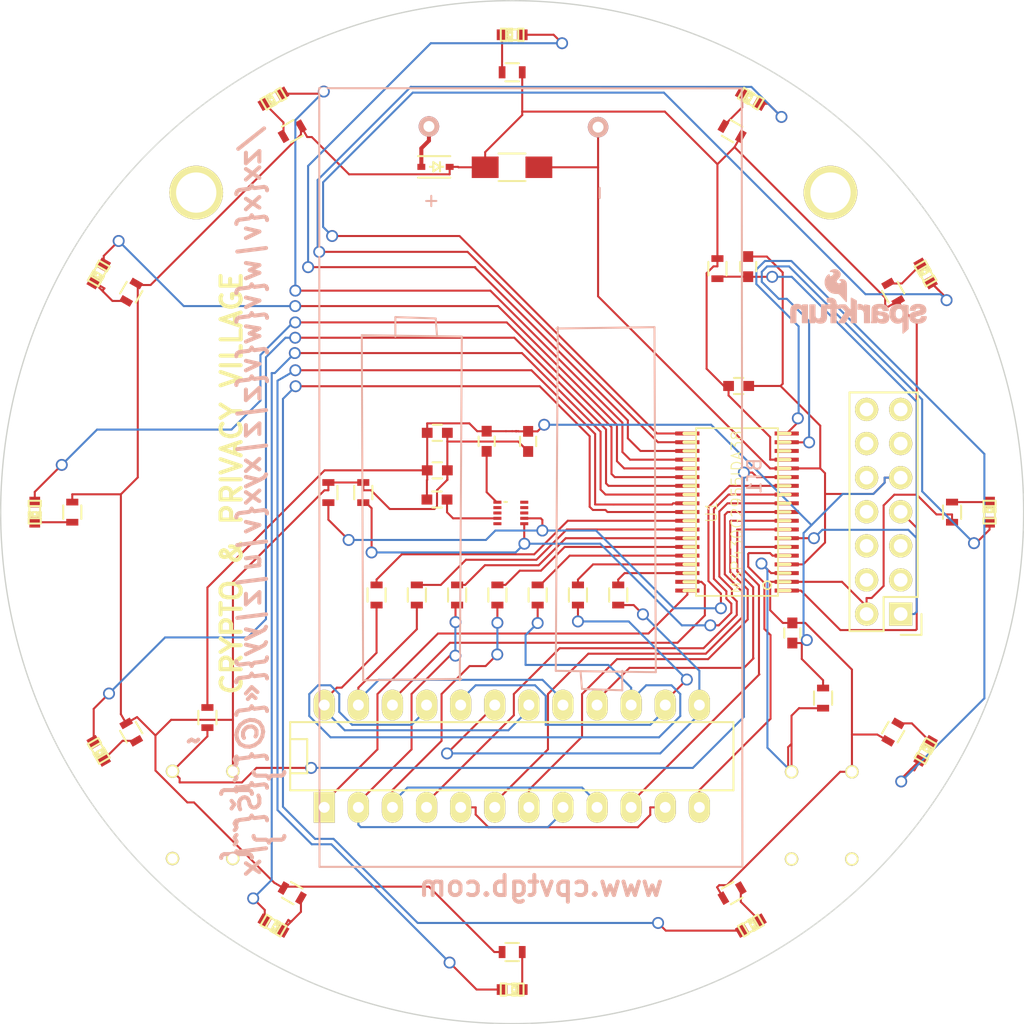
<source format=kicad_pcb>
(kicad_pcb (version 20171130) (host pcbnew "(5.1.12)-1")
  (layers (0 F.Cu signal) (31 B.Cu signal) (34 B.Paste user hide) (35 F.Paste user hide) (36 B.SilkS user hide) (37 F.SilkS user hide) (38 B.Mask user hide) (39 F.Mask user hide) (44 Edge.Cuts user))
  (net 0 "")
  (net 1 GND)
  (net 2 /3.3V)
  (net 3 "Net-(D1-Pad1)")
  (net 4 "/P1(0)")
  (net 5 "Net-(D2-Pad1)")
  (net 6 "Net-(D3-Pad1)")
  (net 7 "/P1(1)")
  (net 8 "Net-(D4-Pad1)")
  (net 9 "Net-(D5-Pad1)")
  (net 10 "/P1(2)")
  (net 11 "Net-(D6-Pad1)")
  (net 12 "Net-(D7-Pad1)")
  (net 13 "/P1(3)")
  (net 14 "Net-(D8-Pad1)")
  (net 15 "Net-(D9-Pad1)")
  (net 16 "/P1(4)")
  (net 17 "Net-(D10-Pad1)")
  (net 18 "Net-(D11-Pad1)")
  (net 19 "/P1(5)")
  (net 20 "Net-(D12-Pad1)")
  (net 21 "/P3(5)")
  (net 22 "/P3(6)")
  (net 23 "/P3(7)")
  (net 24 /SDA)
  (net 25 /SCL)
  (net 26 "/P4(3)")
  (net 27 /INT1)
  (net 28 "Net-(U3-Pad3)")
  (net 29 "Net-(C9-Pad2)")
  (net 30 "Net-(C10-Pad1)")
  (net 31 "/P4(4)")
  (net 32 "/P2(3)")
  (net 33 "/P2(4)")
  (net 34 "Net-(P1-Pad10)")
  (net 35 "Net-(P1-Pad11)")
  (net 36 "Net-(P1-Pad12)")
  (net 37 "Net-(P1-Pad13)")
  (net 38 "Net-(P1-Pad14)")
  (net 39 "Net-(P1-Pad4)")
  (net 40 "Net-(P1-Pad6)")
  (net 41 "Net-(P1-Pad8)")
  (net 42 "/P4(5)")
  (net 43 "/P4(6)")
  (net 44 "/P4(7)")
  (net 45 /ANODE_a)
  (net 46 /ANODE_b)
  (net 47 /ANODE_c)
  (net 48 /ANODE_d)
  (net 49 /ANODE_e)
  (net 50 /~RST)
  (net 51 /CATHODE_1)
  (net 52 /CATHODE_2)
  (net 53 /CATHODE_3)
  (net 54 /CATHODE_4)
  (net 55 /CATHODE_5)
  (net 56 /CATHODE_7)
  (net 57 /CATHODE_6)
  (net 58 /ANODE_f)
  (net 59 /ANODE_g)
  (net 60 /ANODE_dp)
  (net 61 /CATHODE_8)
  (net 62 "Net-(P1-Pad3)")
  (net 63 "Net-(P1-Pad5)")
  (net 64 /SBWTCK)
  (net 65 "/P2(5)")
  (net 66 /BAT+)
  (net 67 "/P3(4)")
  (net 68 "/P4(1)")
  (net 69 "/P4(2)")
  (net 70 "Net-(U1-Pad17)")
  (net 71 "/P3(3)")
  (module push_btn (layer F.Cu) (at 126.91 120.94 270)
    (fp_text reference SW1)
    (fp_text value SW_PUSH)
    (pad 3 thru_hole circle (at 6.5 0.01 270) (size 1 1) (drill 0.75) (layers *.Cu *.Mask F.SilkS))
    (pad 1 thru_hole circle (at 0 0 270) (size 1 1) (drill 0.75) (layers *.Cu *.Mask F.SilkS) (net 2 /3.3V))
    (pad 4 thru_hole circle (at 6.5 4.5 270) (size 1 1) (drill 0.75) (layers *.Cu *.Mask F.SilkS))
    (pad 2 thru_hole circle (at 0 4.5 270) (size 1 1) (drill 0.75) (layers *.Cu *.Mask F.SilkS) (net 65 "/P2(5)"))
  )
  (module Diodes_SMD:SOD-323 (layer F.Cu) (at 95.89 75.88)
    (fp_text reference D55 hide)
    (fp_text value DIODE hide)
    (pad 1 smd rect (at -1.055 0) (size 0.59 0.45) (layers F.Cu F.Paste F.Mask) (net 66 /BAT+))
    (pad 2 smd rect (at 1.055 0) (size 0.59 0.45) (layers F.Cu F.Paste F.Mask) (net 2 /3.3V))
  )
  (module CVBADGE:Battery (layer B.Cu) (at 118.75 128.02 90)
    (fp_text reference BT1 (at 29.1 0.9 90) (layer B.SilkS) (effects (justify mirror)))
    (fp_text value Battery hide)
    (fp_text user - (at 50.2 -10.7 90) (layer B.SilkS) (effects (justify mirror)))
    (fp_text user + (at 49.6 -23.25 90) (layer B.SilkS) (effects (justify mirror)))
    (pad 2 thru_hole circle (at 55.1 -10.75 90) (size 1.524 1.524) (drill 0.8128) (layers *.Cu *.Mask B.SilkS) (net 1 GND))
    (pad 1 thru_hole circle (at 55.15 -23.35 90) (size 1.524 1.524) (drill 0.8128) (layers *.Cu *.Mask B.SilkS) (net 66 /BAT+))
  )
  (module Resistors_SMD:R_0603 (layer F.Cu) (at 109.5 107.77 270)
    (fp_text reference R22 hide)
    (fp_text value 680 hide)
    (pad 1 smd rect (at -0.75 0 270) (size 0.5 0.9) (layers F.Cu F.Paste F.Mask) (net 19 "/P1(5)"))
    (pad 2 smd rect (at 0.75 0 270) (size 0.5 0.9) (layers F.Cu F.Paste F.Mask) (net 59 /ANODE_g))
  )
  (module Resistors_SMD:R_0603 (layer F.Cu) (at 106.5 107.77 270)
    (fp_text reference R21 hide)
    (fp_text value 680 hide)
    (pad 1 smd rect (at -0.75 0 270) (size 0.5 0.9) (layers F.Cu F.Paste F.Mask) (net 16 "/P1(4)"))
    (pad 2 smd rect (at 0.75 0 270) (size 0.5 0.9) (layers F.Cu F.Paste F.Mask) (net 48 /ANODE_d))
  )
  (module Resistors_SMD:R_0603 (layer F.Cu) (at 103.5 107.77 270)
    (fp_text reference R18 hide)
    (fp_text value 680 hide)
    (pad 1 smd rect (at -0.75 0 270) (size 0.5 0.9) (layers F.Cu F.Paste F.Mask) (net 13 "/P1(3)"))
    (pad 2 smd rect (at 0.75 0 270) (size 0.5 0.9) (layers F.Cu F.Paste F.Mask) (net 58 /ANODE_f))
  )
  (module Resistors_SMD:R_0603 (layer F.Cu) (at 100.5 107.77 270)
    (fp_text reference R17 hide)
    (fp_text value 680 hide)
    (pad 1 smd rect (at -0.75 0 270) (size 0.5 0.9) (layers F.Cu F.Paste F.Mask) (net 10 "/P1(2)"))
    (pad 2 smd rect (at 0.75 0 270) (size 0.5 0.9) (layers F.Cu F.Paste F.Mask) (net 47 /ANODE_c))
  )
  (module Resistors_SMD:R_0603 (layer F.Cu) (at 97.5 107.77 270)
    (fp_text reference R16 hide)
    (fp_text value 680 hide)
    (pad 1 smd rect (at -0.75 0 270) (size 0.5 0.9) (layers F.Cu F.Paste F.Mask) (net 7 "/P1(1)"))
    (pad 2 smd rect (at 0.75 0 270) (size 0.5 0.9) (layers F.Cu F.Paste F.Mask) (net 49 /ANODE_e))
  )
  (module Resistors_SMD:R_0603 (layer F.Cu) (at 94.5 107.77 270)
    (fp_text reference R15 hide)
    (fp_text value 680 hide)
    (pad 1 smd rect (at -0.75 0 270) (size 0.5 0.9) (layers F.Cu F.Paste F.Mask) (net 4 "/P1(0)"))
    (pad 2 smd rect (at 0.75 0 270) (size 0.5 0.9) (layers F.Cu F.Paste F.Mask) (net 46 /ANODE_b))
  )
  (module Resistors_SMD:R_0603 (layer F.Cu) (at 91.5 107.77 270)
    (fp_text reference R14 hide)
    (fp_text value 680 hide)
    (pad 1 smd rect (at -0.75 0 270) (size 0.5 0.9) (layers F.Cu F.Paste F.Mask) (net 33 "/P2(4)"))
    (pad 2 smd rect (at 0.75 0 270) (size 0.5 0.9) (layers F.Cu F.Paste F.Mask) (net 45 /ANODE_a))
  )
  (module Sockets_DIP:DIP-24__300_ELL (layer F.Cu) (at 101.574 119.778)
    (fp_text reference U4 hide)
    (fp_text value 7SEGMENT hide)
    (pad 1 thru_hole rect (at -13.97 3.81) (size 1.5748 2.286) (drill 0.8128) (layers *.Cu *.Mask F.SilkS) (net 51 /CATHODE_1))
    (pad 2 thru_hole oval (at -11.43 3.81) (size 1.5748 2.286) (drill 0.8128) (layers *.Cu *.Mask F.SilkS) (net 49 /ANODE_e))
    (pad 3 thru_hole oval (at -8.89 3.81) (size 1.5748 2.286) (drill 0.8128) (layers *.Cu *.Mask F.SilkS) (net 47 /ANODE_c))
    (pad 4 thru_hole oval (at -6.35 3.81) (size 1.5748 2.286) (drill 0.8128) (layers *.Cu *.Mask F.SilkS) (net 53 /CATHODE_3))
    (pad 5 thru_hole oval (at -3.81 3.81) (size 1.5748 2.286) (drill 0.8128) (layers *.Cu *.Mask F.SilkS) (net 60 /ANODE_dp))
    (pad 6 thru_hole oval (at -1.27 3.81) (size 1.5748 2.286) (drill 0.8128) (layers *.Cu *.Mask F.SilkS) (net 54 /CATHODE_4))
    (pad 13 thru_hole oval (at 1.27 3.81) (size 1.5748 2.286) (drill 0.8128) (layers *.Cu *.Mask F.SilkS) (net 55 /CATHODE_5))
    (pad 14 thru_hole oval (at 3.81 3.81) (size 1.5748 2.286) (drill 0.8128) (layers *.Cu *.Mask F.SilkS) (net 49 /ANODE_e))
    (pad 15 thru_hole oval (at 6.35 3.81) (size 1.5748 2.286) (drill 0.8128) (layers *.Cu *.Mask F.SilkS) (net 47 /ANODE_c))
    (pad 16 thru_hole oval (at 8.89 3.81) (size 1.5748 2.286) (drill 0.8128) (layers *.Cu *.Mask F.SilkS) (net 56 /CATHODE_7))
    (pad 17 thru_hole oval (at 11.43 3.81) (size 1.5748 2.286) (drill 0.8128) (layers *.Cu *.Mask F.SilkS) (net 60 /ANODE_dp))
    (pad 18 thru_hole oval (at 13.97 3.81) (size 1.5748 2.286) (drill 0.8128) (layers *.Cu *.Mask F.SilkS) (net 61 /CATHODE_8))
    (pad 19 thru_hole oval (at 13.97 -3.81) (size 1.5748 2.286) (drill 0.8128) (layers *.Cu *.Mask F.SilkS) (net 59 /ANODE_g))
    (pad 20 thru_hole oval (at 11.43 -3.81) (size 1.5748 2.286) (drill 0.8128) (layers *.Cu *.Mask F.SilkS) (net 48 /ANODE_d))
    (pad 21 thru_hole oval (at 8.89 -3.81) (size 1.5748 2.286) (drill 0.8128) (layers *.Cu *.Mask F.SilkS) (net 58 /ANODE_f))
    (pad 22 thru_hole oval (at 6.35 -3.81) (size 1.5748 2.286) (drill 0.8128) (layers *.Cu *.Mask F.SilkS) (net 57 /CATHODE_6))
    (pad 23 thru_hole oval (at 3.81 -3.81) (size 1.5748 2.286) (drill 0.8128) (layers *.Cu *.Mask F.SilkS) (net 46 /ANODE_b))
    (pad 24 thru_hole oval (at 1.27 -3.81) (size 1.5748 2.286) (drill 0.8128) (layers *.Cu *.Mask F.SilkS) (net 45 /ANODE_a))
    (pad 7 thru_hole oval (at -1.27 -3.81) (size 1.5748 2.286) (drill 0.8128) (layers *.Cu *.Mask F.SilkS) (net 59 /ANODE_g))
    (pad 8 thru_hole oval (at -3.81 -3.81) (size 1.5748 2.286) (drill 0.8128) (layers *.Cu *.Mask F.SilkS) (net 48 /ANODE_d))
    (pad 9 thru_hole oval (at -6.35 -3.81) (size 1.5748 2.286) (drill 0.8128) (layers *.Cu *.Mask F.SilkS) (net 58 /ANODE_f))
    (pad 10 thru_hole oval (at -8.89 -3.81) (size 1.5748 2.286) (drill 0.8128) (layers *.Cu *.Mask F.SilkS) (net 52 /CATHODE_2))
    (pad 11 thru_hole oval (at -11.43 -3.81) (size 1.5748 2.286) (drill 0.8128) (layers *.Cu *.Mask F.SilkS) (net 46 /ANODE_b))
    (pad 12 thru_hole oval (at -13.97 -3.81) (size 1.5748 2.286) (drill 0.8128) (layers *.Cu *.Mask F.SilkS) (net 45 /ANODE_a))
  )
  (module CV:hole (layer F.Cu) (at 78.486 78.994)
    (fp_text reference hole_l hide)
    (fp_text value hole)
    (pad 1 thru_hole circle (at -0.42 -1.2) (size 4 4) (drill 3) (layers *.Cu *.Mask F.SilkS))
  )
  (module Resistors_SMD:R_0603 (layer F.Cu) (at 117.983 73.2238 150)
    (fp_text reference R6 hide)
    (fp_text value 499 hide)
    (pad 1 smd rect (at -0.75 0 150) (size 0.5 0.9) (layers F.Cu F.Paste F.Mask) (net 2 /3.3V))
    (pad 2 smd rect (at 0.75 0 150) (size 0.5 0.9) (layers F.Cu F.Paste F.Mask) (net 11 "Net-(D6-Pad1)"))
  )
  (module Resistors_SMD:R_0603 (layer F.Cu) (at 129.976 85.217 120)
    (fp_text reference R5 hide)
    (fp_text value 499 hide)
    (pad 1 smd rect (at -0.75 0 120) (size 0.5 0.9) (layers F.Cu F.Paste F.Mask) (net 2 /3.3V))
    (pad 2 smd rect (at 0.75 0 120) (size 0.5 0.9) (layers F.Cu F.Paste F.Mask) (net 9 "Net-(D5-Pad1)"))
  )
  (module Resistors_SMD:R_0603 (layer F.Cu) (at 134.366 101.6 90)
    (fp_text reference R4 hide)
    (fp_text value 499 hide)
    (pad 1 smd rect (at -0.75 0 90) (size 0.5 0.9) (layers F.Cu F.Paste F.Mask) (net 2 /3.3V))
    (pad 2 smd rect (at 0.75 0 90) (size 0.5 0.9) (layers F.Cu F.Paste F.Mask) (net 8 "Net-(D4-Pad1)"))
  )
  (module Resistors_SMD:R_0603 (layer F.Cu) (at 129.976 117.983 60)
    (fp_text reference R3 hide)
    (fp_text value 499 hide)
    (pad 1 smd rect (at -0.75 0 60) (size 0.5 0.9) (layers F.Cu F.Paste F.Mask) (net 2 /3.3V))
    (pad 2 smd rect (at 0.75 0 60) (size 0.5 0.9) (layers F.Cu F.Paste F.Mask) (net 6 "Net-(D3-Pad1)"))
  )
  (module Resistors_SMD:R_0603 (layer F.Cu) (at 117.983 129.976 30)
    (fp_text reference R2 hide)
    (fp_text value 499 hide)
    (pad 1 smd rect (at -0.75 0 30) (size 0.5 0.9) (layers F.Cu F.Paste F.Mask) (net 2 /3.3V))
    (pad 2 smd rect (at 0.75 0 30) (size 0.5 0.9) (layers F.Cu F.Paste F.Mask) (net 5 "Net-(D2-Pad1)"))
  )
  (module Resistors_SMD:R_0603 (layer F.Cu) (at 101.6 134.366)
    (fp_text reference R1 hide)
    (fp_text value 499 hide)
    (pad 1 smd rect (at -0.75 0) (size 0.5 0.9) (layers F.Cu F.Paste F.Mask) (net 2 /3.3V))
    (pad 2 smd rect (at 0.75 0) (size 0.5 0.9) (layers F.Cu F.Paste F.Mask) (net 3 "Net-(D1-Pad1)"))
  )
  (module Resistors_SMD:R_0603 (layer F.Cu) (at 85.217 129.976 330)
    (fp_text reference R12 hide)
    (fp_text value 499 hide)
    (pad 1 smd rect (at -0.75 0 330) (size 0.5 0.9) (layers F.Cu F.Paste F.Mask) (net 2 /3.3V))
    (pad 2 smd rect (at 0.75 0 330) (size 0.5 0.9) (layers F.Cu F.Paste F.Mask) (net 20 "Net-(D12-Pad1)"))
  )
  (module Resistors_SMD:R_0603 (layer F.Cu) (at 73.2238 117.983 300)
    (fp_text reference R11 hide)
    (fp_text value 499 hide)
    (pad 1 smd rect (at -0.75 0 300) (size 0.5 0.9) (layers F.Cu F.Paste F.Mask) (net 2 /3.3V))
    (pad 2 smd rect (at 0.75 0 300) (size 0.5 0.9) (layers F.Cu F.Paste F.Mask) (net 18 "Net-(D11-Pad1)"))
  )
  (module Resistors_SMD:R_0603 (layer F.Cu) (at 68.834 101.6 270)
    (fp_text reference R10 hide)
    (fp_text value 499 hide)
    (pad 1 smd rect (at -0.75 0 270) (size 0.5 0.9) (layers F.Cu F.Paste F.Mask) (net 2 /3.3V))
    (pad 2 smd rect (at 0.75 0 270) (size 0.5 0.9) (layers F.Cu F.Paste F.Mask) (net 17 "Net-(D10-Pad1)"))
  )
  (module Resistors_SMD:R_0603 (layer F.Cu) (at 73.2238 85.217 240)
    (fp_text reference R9 hide)
    (fp_text value 499 hide)
    (pad 1 smd rect (at -0.75 0 240) (size 0.5 0.9) (layers F.Cu F.Paste F.Mask) (net 2 /3.3V))
    (pad 2 smd rect (at 0.75 0 240) (size 0.5 0.9) (layers F.Cu F.Paste F.Mask) (net 15 "Net-(D9-Pad1)"))
  )
  (module Resistors_SMD:R_0603 (layer F.Cu) (at 85.217 73.2238 210)
    (fp_text reference R8 hide)
    (fp_text value 499 hide)
    (pad 1 smd rect (at -0.75 0 210) (size 0.5 0.9) (layers F.Cu F.Paste F.Mask) (net 2 /3.3V))
    (pad 2 smd rect (at 0.75 0 210) (size 0.5 0.9) (layers F.Cu F.Paste F.Mask) (net 14 "Net-(D8-Pad1)"))
  )
  (module LEDs:LED-0603 (layer F.Cu) (at 119.38 70.8041 330)
    (fp_text reference D6 hide)
    (fp_text value LED hide)
    (pad 2 smd rect (at 0.7493 0 150) (size 0.79756 0.79756) (layers F.Cu F.Paste F.Mask) (net 31 "/P4(4)"))
    (pad 1 smd rect (at -0.7493 0 150) (size 0.79756 0.79756) (layers F.Cu F.Paste F.Mask) (net 11 "Net-(D6-Pad1)"))
  )
  (module LEDs:LED-0603 (layer F.Cu) (at 132.396 83.82 300)
    (fp_text reference D5 hide)
    (fp_text value LED hide)
    (pad 2 smd rect (at 0.7493 0 120) (size 0.79756 0.79756) (layers F.Cu F.Paste F.Mask) (net 26 "/P4(3)"))
    (pad 1 smd rect (at -0.7493 0 120) (size 0.79756 0.79756) (layers F.Cu F.Paste F.Mask) (net 9 "Net-(D5-Pad1)"))
  )
  (module LEDs:LED-0603 (layer F.Cu) (at 137.16 101.6 270)
    (fp_text reference D4 hide)
    (fp_text value LED hide)
    (pad 2 smd rect (at 0.7493 0 90) (size 0.79756 0.79756) (layers F.Cu F.Paste F.Mask) (net 68 "/P4(1)"))
    (pad 1 smd rect (at -0.7493 0 90) (size 0.79756 0.79756) (layers F.Cu F.Paste F.Mask) (net 8 "Net-(D4-Pad1)"))
  )
  (module LEDs:LED-0603 (layer F.Cu) (at 132.396 119.38 240)
    (fp_text reference D3 hide)
    (fp_text value LED hide)
    (pad 2 smd rect (at 0.7493 0 60) (size 0.79756 0.79756) (layers F.Cu F.Paste F.Mask) (net 69 "/P4(2)"))
    (pad 1 smd rect (at -0.7493 0 60) (size 0.79756 0.79756) (layers F.Cu F.Paste F.Mask) (net 6 "Net-(D3-Pad1)"))
  )
  (module LEDs:LED-0603 (layer F.Cu) (at 119.38 132.396 210)
    (fp_text reference D2 hide)
    (fp_text value LED hide)
    (pad 2 smd rect (at 0.7493 0 30) (size 0.79756 0.79756) (layers F.Cu F.Paste F.Mask) (net 32 "/P2(3)"))
    (pad 1 smd rect (at -0.7493 0 30) (size 0.79756 0.79756) (layers F.Cu F.Paste F.Mask) (net 5 "Net-(D2-Pad1)"))
  )
  (module LEDs:LED-0603 (layer F.Cu) (at 101.6 137.16 180)
    (fp_text reference D1 hide)
    (fp_text value LED hide)
    (pad 2 smd rect (at 0.7493 0) (size 0.79756 0.79756) (layers F.Cu F.Paste F.Mask) (net 23 "/P3(7)"))
    (pad 1 smd rect (at -0.7493 0) (size 0.79756 0.79756) (layers F.Cu F.Paste F.Mask) (net 3 "Net-(D1-Pad1)"))
  )
  (module LEDs:LED-0603 (layer F.Cu) (at 83.82 132.396 150)
    (fp_text reference D12 hide)
    (fp_text value LED hide)
    (pad 2 smd rect (at 0.7493 0 330) (size 0.79756 0.79756) (layers F.Cu F.Paste F.Mask) (net 22 "/P3(6)"))
    (pad 1 smd rect (at -0.7493 0 330) (size 0.79756 0.79756) (layers F.Cu F.Paste F.Mask) (net 20 "Net-(D12-Pad1)"))
  )
  (module LEDs:LED-0603 (layer F.Cu) (at 70.8041 119.38 120)
    (fp_text reference D11 hide)
    (fp_text value LED hide)
    (pad 2 smd rect (at 0.7493 0 300) (size 0.79756 0.79756) (layers F.Cu F.Paste F.Mask) (net 21 "/P3(5)"))
    (pad 1 smd rect (at -0.7493 0 300) (size 0.79756 0.79756) (layers F.Cu F.Paste F.Mask) (net 18 "Net-(D11-Pad1)"))
  )
  (module LEDs:LED-0603 (layer F.Cu) (at 66.04 101.6 90)
    (fp_text reference D10 hide)
    (fp_text value LED hide)
    (pad 2 smd rect (at 0.7493 0 270) (size 0.79756 0.79756) (layers F.Cu F.Paste F.Mask) (net 67 "/P3(4)"))
    (pad 1 smd rect (at -0.7493 0 270) (size 0.79756 0.79756) (layers F.Cu F.Paste F.Mask) (net 17 "Net-(D10-Pad1)"))
  )
  (module LEDs:LED-0603 (layer F.Cu) (at 70.8041 83.82 60)
    (fp_text reference D9 hide)
    (fp_text value LED hide)
    (pad 2 smd rect (at 0.7493 0 240) (size 0.79756 0.79756) (layers F.Cu F.Paste F.Mask) (net 44 "/P4(7)"))
    (pad 1 smd rect (at -0.7493 0 240) (size 0.79756 0.79756) (layers F.Cu F.Paste F.Mask) (net 15 "Net-(D9-Pad1)"))
  )
  (module LEDs:LED-0603 (layer F.Cu) (at 83.82 70.8041 30)
    (fp_text reference D8 hide)
    (fp_text value LED hide)
    (pad 2 smd rect (at 0.7493 0 210) (size 0.79756 0.79756) (layers F.Cu F.Paste F.Mask) (net 43 "/P4(6)"))
    (pad 1 smd rect (at -0.7493 0 210) (size 0.79756 0.79756) (layers F.Cu F.Paste F.Mask) (net 14 "Net-(D8-Pad1)"))
  )
  (module Capacitors_SMD:C_0603 (layer F.Cu) (at 118.47 92.2)
    (fp_text reference C1 hide)
    (fp_text value 0.1uf hide)
    (pad 1 smd rect (at -0.75 0) (size 0.8 0.75) (layers F.Cu F.Paste F.Mask) (net 2 /3.3V))
    (pad 2 smd rect (at 0.75 0) (size 0.8 0.75) (layers F.Cu F.Paste F.Mask) (net 1 GND))
  )
  (module Capacitors_SMD:C_0603 (layer F.Cu) (at 122.47 110.6 270)
    (fp_text reference C2 hide)
    (fp_text value 0.1uf hide)
    (pad 1 smd rect (at -0.75 0 270) (size 0.8 0.75) (layers F.Cu F.Paste F.Mask) (net 2 /3.3V))
    (pad 2 smd rect (at 0.75 0 270) (size 0.8 0.75) (layers F.Cu F.Paste F.Mask) (net 1 GND))
  )
  (module Capacitors_SMD:C_0603 (layer F.Cu) (at 96.022 95.69 180)
    (fp_text reference C7 hide)
    (fp_text value 1uf hide)
    (pad 1 smd rect (at -0.75 0 180) (size 0.8 0.75) (layers F.Cu F.Paste F.Mask) (net 2 /3.3V))
    (pad 2 smd rect (at 0.75 0 180) (size 0.8 0.75) (layers F.Cu F.Paste F.Mask) (net 1 GND))
  )
  (module Capacitors_SMD:C_0603 (layer F.Cu) (at 96.022 98.484 180)
    (fp_text reference C8 hide)
    (fp_text value 100nf hide)
    (pad 1 smd rect (at -0.75 0 180) (size 0.8 0.75) (layers F.Cu F.Paste F.Mask) (net 2 /3.3V))
    (pad 2 smd rect (at 0.75 0 180) (size 0.8 0.75) (layers F.Cu F.Paste F.Mask) (net 1 GND))
  )
  (module Capacitors_SMD:C_0603 (layer F.Cu) (at 96 100.66 180)
    (fp_text reference C10 hide)
    (fp_text value 100nf hide)
    (pad 1 smd rect (at -0.75 0 180) (size 0.8 0.75) (layers F.Cu F.Paste F.Mask) (net 30 "Net-(C10-Pad1)"))
    (pad 2 smd rect (at 0.75 0 180) (size 0.8 0.75) (layers F.Cu F.Paste F.Mask) (net 1 GND))
  )
  (module Capacitors_SMD:C_0603 (layer F.Cu) (at 102.79 96.33 90)
    (fp_text reference C11 hide)
    (fp_text value 100nf hide)
    (pad 1 smd rect (at -0.75 0 90) (size 0.8 0.75) (layers F.Cu F.Paste F.Mask) (net 2 /3.3V))
    (pad 2 smd rect (at 0.75 0 90) (size 0.8 0.75) (layers F.Cu F.Paste F.Mask) (net 1 GND))
  )
  (module Resistors_SMD:R_0603 (layer F.Cu) (at 90.51 100.14 270)
    (fp_text reference R19 hide)
    (fp_text value 4.7k hide)
    (pad 1 smd rect (at -0.75 0 270) (size 0.5 0.9) (layers F.Cu F.Paste F.Mask) (net 2 /3.3V))
    (pad 2 smd rect (at 0.75 0 270) (size 0.5 0.9) (layers F.Cu F.Paste F.Mask) (net 24 /SDA))
  )
  (module Resistors_SMD:R_0603 (layer F.Cu) (at 87.91 100.14 270)
    (fp_text reference R20 hide)
    (fp_text value 4.7k hide)
    (pad 1 smd rect (at -0.75 0 270) (size 0.5 0.9) (layers F.Cu F.Paste F.Mask) (net 2 /3.3V))
    (pad 2 smd rect (at 0.75 0 270) (size 0.5 0.9) (layers F.Cu F.Paste F.Mask) (net 25 /SCL))
  )
  (module CV:AB2_TSSOP38_W (layer F.Cu) (at 118.35 101.59 90)
    (fp_text reference U1 (at 0 -1.9 90) (layer F.SilkS) (effects (font (size 0.8128 0.8128) (thickness 0.0762))))
    (fp_text value MSP430G2955IDA38 (at 0 0 90) (layer F.SilkS) (effects (font (size 0.8128 0.8128) (thickness 0.0762))))
    (pad 1 smd rect (at -5.85 3.7 90) (size 0.3 1.8) (layers F.Cu F.Paste F.Mask) (net 64 /SBWTCK))
    (pad 2 smd rect (at -5.2 3.7 90) (size 0.3 1.8) (layers F.Cu F.Paste F.Mask) (net 2 /3.3V))
    (pad 3 smd rect (at -4.55 3.7 90) (size 0.3 1.8) (layers F.Cu F.Paste F.Mask) (net 65 "/P2(5)"))
    (pad 4 smd rect (at -3.9 3.7 90) (size 0.3 1.8) (layers F.Cu F.Paste F.Mask) (net 1 GND))
    (pad 5 smd rect (at -3.25 3.7 90) (size 0.3 1.8) (layers F.Cu F.Paste F.Mask) (net 61 /CATHODE_8))
    (pad 6 smd rect (at -2.6 3.7 90) (size 0.3 1.8) (layers F.Cu F.Paste F.Mask) (net 56 /CATHODE_7))
    (pad 7 smd rect (at -1.95 3.7 90) (size 0.3 1.8) (layers F.Cu F.Paste F.Mask) (net 50 /~RST))
    (pad 8 smd rect (at -1.3 3.7 90) (size 0.3 1.8) (layers F.Cu F.Paste F.Mask) (net 57 /CATHODE_6))
    (pad 9 smd rect (at -0.65 3.7 90) (size 0.3 1.8) (layers F.Cu F.Paste F.Mask) (net 55 /CATHODE_5))
    (pad 10 smd rect (at 0 3.7 90) (size 0.3 1.8) (layers F.Cu F.Paste F.Mask) (net 54 /CATHODE_4))
    (pad 11 smd rect (at 0.65 3.7 90) (size 0.3 1.8) (layers F.Cu F.Paste F.Mask) (net 53 /CATHODE_3))
    (pad 12 smd rect (at 1.3 3.7 90) (size 0.3 1.8) (layers F.Cu F.Paste F.Mask) (net 24 /SDA))
    (pad 13 smd rect (at 1.95 3.7 90) (size 0.3 1.8) (layers F.Cu F.Paste F.Mask) (net 25 /SCL))
    (pad 14 smd rect (at 2.6 3.7 90) (size 0.3 1.8) (layers F.Cu F.Paste F.Mask) (net 71 "/P3(3)"))
    (pad 15 smd rect (at 3.25 3.7 90) (size 0.3 1.8) (layers F.Cu F.Paste F.Mask) (net 1 GND))
    (pad 16 smd rect (at 3.9 3.7 90) (size 0.3 1.8) (layers F.Cu F.Paste F.Mask) (net 2 /3.3V))
    (pad 17 smd rect (at 4.55 3.7 90) (size 0.3 1.8) (layers F.Cu F.Paste F.Mask) (net 70 "Net-(U1-Pad17)"))
    (pad 18 smd rect (at 5.2 3.7 90) (size 0.3 1.8) (layers F.Cu F.Paste F.Mask) (net 68 "/P4(1)"))
    (pad 19 smd rect (at 5.85 3.7 90) (size 0.3 1.8) (layers F.Cu F.Paste F.Mask) (net 69 "/P4(2)"))
    (pad 20 smd rect (at 5.85 -3.7 90) (size 0.3 1.8) (layers F.Cu F.Paste F.Mask) (net 26 "/P4(3)"))
    (pad 21 smd rect (at 5.2 -3.7 90) (size 0.3 1.8) (layers F.Cu F.Paste F.Mask) (net 31 "/P4(4)"))
    (pad 22 smd rect (at 4.55 -3.7 90) (size 0.3 1.8) (layers F.Cu F.Paste F.Mask) (net 42 "/P4(5)"))
    (pad 23 smd rect (at 3.9 -3.7 90) (size 0.3 1.8) (layers F.Cu F.Paste F.Mask) (net 43 "/P4(6)"))
    (pad 24 smd rect (at 3.25 -3.7 90) (size 0.3 1.8) (layers F.Cu F.Paste F.Mask) (net 44 "/P4(7)"))
    (pad 25 smd rect (at 2.6 -3.7 90) (size 0.3 1.8) (layers F.Cu F.Paste F.Mask) (net 67 "/P3(4)"))
    (pad 26 smd rect (at 1.95 -3.7 90) (size 0.3 1.8) (layers F.Cu F.Paste F.Mask) (net 21 "/P3(5)"))
    (pad 27 smd rect (at 1.3 -3.7 90) (size 0.3 1.8) (layers F.Cu F.Paste F.Mask) (net 22 "/P3(6)"))
    (pad 28 smd rect (at 0.65 -3.7 90) (size 0.3 1.8) (layers F.Cu F.Paste F.Mask) (net 23 "/P3(7)"))
    (pad 29 smd rect (at 0 -3.7 90) (size 0.3 1.8) (layers F.Cu F.Paste F.Mask) (net 32 "/P2(3)"))
    (pad 30 smd rect (at -0.65 -3.7 90) (size 0.3 1.8) (layers F.Cu F.Paste F.Mask) (net 33 "/P2(4)"))
    (pad 31 smd rect (at -1.3 -3.7 90) (size 0.3 1.8) (layers F.Cu F.Paste F.Mask) (net 4 "/P1(0)"))
    (pad 32 smd rect (at -1.95 -3.7 90) (size 0.3 1.8) (layers F.Cu F.Paste F.Mask) (net 7 "/P1(1)"))
    (pad 33 smd rect (at -2.6 -3.7 90) (size 0.3 1.8) (layers F.Cu F.Paste F.Mask) (net 10 "/P1(2)"))
    (pad 34 smd rect (at -3.25 -3.7 90) (size 0.3 1.8) (layers F.Cu F.Paste F.Mask) (net 13 "/P1(3)"))
    (pad 35 smd rect (at -3.9 -3.7 90) (size 0.3 1.8) (layers F.Cu F.Paste F.Mask) (net 16 "/P1(4)"))
    (pad 36 smd rect (at -4.55 -3.7 90) (size 0.3 1.8) (layers F.Cu F.Paste F.Mask) (net 19 "/P1(5)"))
    (pad 37 smd rect (at -5.2 -3.7 90) (size 0.3 1.8) (layers F.Cu F.Paste F.Mask) (net 52 /CATHODE_2))
    (pad 38 smd rect (at -5.85 -3.7 90) (size 0.3 1.8) (layers F.Cu F.Paste F.Mask) (net 51 /CATHODE_1))
  )
  (module Capacitors_SMD:C_0603 (layer F.Cu) (at 99.7 96.32 270)
    (fp_text reference C9 hide)
    (fp_text value 100nf hide)
    (pad 1 smd rect (at -0.75 0 270) (size 0.8 0.75) (layers F.Cu F.Paste F.Mask) (net 1 GND))
    (pad 2 smd rect (at 0.75 0 270) (size 0.8 0.75) (layers F.Cu F.Paste F.Mask) (net 29 "Net-(C9-Pad2)"))
  )
  (module CVBADGE:MAG3110_10VFDFN (layer F.Cu) (at 100.5 100.86)
    (fp_text reference MAG hide)
    (fp_text value "" (at -0.53 11.45) (layer F.SilkS) (effects (font (size 1.5 1.5))))
    (pad 10 smd trapezoid (at 2 0) (size 0.6 0.225) (layers F.Cu F.Paste F.Mask))
    (pad 6 smd trapezoid (at 2 1.6) (size 0.6 0.225) (layers F.Cu F.Paste F.Mask) (net 24 /SDA))
    (pad 9 smd trapezoid (at 2 0.4) (size 0.6 0.225) (layers F.Cu F.Paste F.Mask) (net 27 /INT1))
    (pad 7 smd trapezoid (at 2 1.2) (size 0.6 0.225) (layers F.Cu F.Paste F.Mask) (net 25 /SCL))
    (pad 8 smd trapezoid (at 2 0.8) (size 0.6 0.225) (layers F.Cu F.Paste F.Mask))
    (pad 4 smd trapezoid (at 0 1.2) (size 0.6 0.225) (layers F.Cu F.Paste F.Mask) (net 30 "Net-(C10-Pad1)"))
    (pad 5 smd trapezoid (at 0 1.6) (size 0.6 0.225) (layers F.Cu F.Paste F.Mask))
    (pad 3 smd trapezoid (at 0 0.8) (size 0.6 0.225) (layers F.Cu F.Paste F.Mask) (net 28 "Net-(U3-Pad3)"))
    (pad 2 smd trapezoid (at 0 0.4) (size 0.6 0.225) (layers F.Cu F.Paste F.Mask))
    (pad 1 smd trapezoid (at 0 0) (size 0.6 0.225) (layers F.Cu F.Paste F.Mask) (net 29 "Net-(C9-Pad2)"))
  )
  (module Resistors_SMD:R_0603 (layer F.Cu) (at 116.89 83.46 270)
    (fp_text reference R24 hide)
    (fp_text value 47k hide)
    (pad 1 smd rect (at -0.75 0 270) (size 0.5 0.9) (layers F.Cu F.Paste F.Mask) (net 2 /3.3V))
    (pad 2 smd rect (at 0.75 0 270) (size 0.5 0.9) (layers F.Cu F.Paste F.Mask) (net 50 /~RST))
  )
  (module LEDs:LED-0603 (layer F.Cu) (at 101.6 66.04)
    (fp_text reference D7 hide)
    (fp_text value LED hide)
    (pad 2 smd rect (at 0.7493 0 180) (size 0.79756 0.79756) (layers F.Cu F.Paste F.Mask) (net 42 "/P4(5)"))
    (pad 1 smd rect (at -0.7493 0 180) (size 0.79756 0.79756) (layers F.Cu F.Paste F.Mask) (net 12 "Net-(D7-Pad1)"))
  )
  (module Resistors_SMD:R_0603 (layer F.Cu) (at 101.6 68.834 180)
    (fp_text reference R7 hide)
    (fp_text value 499 hide)
    (pad 1 smd rect (at -0.75 0 180) (size 0.5 0.9) (layers F.Cu F.Paste F.Mask) (net 2 /3.3V))
    (pad 2 smd rect (at 0.75 0 180) (size 0.5 0.9) (layers F.Cu F.Paste F.Mask) (net 12 "Net-(D7-Pad1)"))
  )
  (module CVBADGE:hole (layer F.Cu) (at 125.73 78.994)
    (fp_text reference hole_r hide)
    (fp_text value hole_r)
    (pad 1 thru_hole circle (at -0.42 -1.2) (size 4 4) (drill 3) (layers *.Cu *.Mask F.SilkS))
  )
  (module Pin_Headers:Pin_Header_Straight_2x07 (layer F.Cu) (at 130.54 109.19 180)
    (fp_text reference P1 hide)
    (fp_text value CONN_01X14)
    (pad 1 thru_hole rect (at 0 0 180) (size 1.7272 1.7272) (drill 1.016) (layers *.Cu *.Mask F.SilkS) (net 50 /~RST))
    (pad 2 thru_hole oval (at 2.54 0 180) (size 1.7272 1.7272) (drill 1.016) (layers *.Cu *.Mask F.SilkS) (net 2 /3.3V))
    (pad 3 thru_hole oval (at 0 2.54 180) (size 1.7272 1.7272) (drill 1.016) (layers *.Cu *.Mask F.SilkS) (net 62 "Net-(P1-Pad3)"))
    (pad 4 thru_hole oval (at 2.54 2.54 180) (size 1.7272 1.7272) (drill 1.016) (layers *.Cu *.Mask F.SilkS) (net 39 "Net-(P1-Pad4)"))
    (pad 5 thru_hole oval (at 0 5.08 180) (size 1.7272 1.7272) (drill 1.016) (layers *.Cu *.Mask F.SilkS) (net 63 "Net-(P1-Pad5)"))
    (pad 6 thru_hole oval (at 2.54 5.08 180) (size 1.7272 1.7272) (drill 1.016) (layers *.Cu *.Mask F.SilkS) (net 40 "Net-(P1-Pad6)"))
    (pad 7 thru_hole oval (at 0 7.62 180) (size 1.7272 1.7272) (drill 1.016) (layers *.Cu *.Mask F.SilkS) (net 64 /SBWTCK))
    (pad 8 thru_hole oval (at 2.54 7.62 180) (size 1.7272 1.7272) (drill 1.016) (layers *.Cu *.Mask F.SilkS) (net 41 "Net-(P1-Pad8)"))
    (pad 9 thru_hole oval (at 0 10.16 180) (size 1.7272 1.7272) (drill 1.016) (layers *.Cu *.Mask F.SilkS) (net 1 GND))
    (pad 10 thru_hole oval (at 2.54 10.16 180) (size 1.7272 1.7272) (drill 1.016) (layers *.Cu *.Mask F.SilkS) (net 34 "Net-(P1-Pad10)"))
    (pad 11 thru_hole oval (at 0 12.7 180) (size 1.7272 1.7272) (drill 1.016) (layers *.Cu *.Mask F.SilkS) (net 35 "Net-(P1-Pad11)"))
    (pad 12 thru_hole oval (at 2.54 12.7 180) (size 1.7272 1.7272) (drill 1.016) (layers *.Cu *.Mask F.SilkS) (net 36 "Net-(P1-Pad12)"))
    (pad 13 thru_hole oval (at 0 15.24 180) (size 1.7272 1.7272) (drill 1.016) (layers *.Cu *.Mask F.SilkS) (net 37 "Net-(P1-Pad13)"))
    (pad 14 thru_hole oval (at 2.54 15.24 180) (size 1.7272 1.7272) (drill 1.016) (layers *.Cu *.Mask F.SilkS) (net 38 "Net-(P1-Pad14)"))
  )
  (module Capacitors_SMD:C_0603 (layer F.Cu) (at 119.18 83.31 90)
    (fp_text reference 2.2nF1 hide)
    (fp_text value C hide)
    (pad 1 smd rect (at -0.75 0 90) (size 0.8 0.75) (layers F.Cu F.Paste F.Mask) (net 50 /~RST))
    (pad 2 smd rect (at 0.75 0 90) (size 0.8 0.75) (layers F.Cu F.Paste F.Mask) (net 1 GND))
  )
  (module Capacitors_SMD:C_1206_HandSoldering (layer F.Cu) (at 101.59 75.91)
    (fp_text reference C6 hide)
    (fp_text value 47uF hide)
    (pad 1 smd rect (at -2 0) (size 2 1.6) (layers F.Cu F.Paste F.Mask) (net 2 /3.3V))
    (pad 2 smd rect (at 2 0) (size 2 1.6) (layers F.Cu F.Paste F.Mask) (net 1 GND))
  )
  (module CVBADGE:bug (layer F.Cu) (at 75.21 108.64)
    (fp_text reference G***_2 hide)
    (fp_text value LOGO hide)
  )
  (module Resistors_SMD:R_0603 (layer F.Cu) (at 124.76 115.45 90)
    (fp_text reference R13 hide)
    (fp_text value R hide)
    (pad 1 smd rect (at -0.75 0 90) (size 0.5 0.9) (layers F.Cu F.Paste F.Mask) (net 65 "/P2(5)"))
    (pad 2 smd rect (at 0.75 0 90) (size 0.5 0.9) (layers F.Cu F.Paste F.Mask) (net 1 GND))
  )
  (module CVBADGE:push_btn (layer F.Cu) (at 80.8 120.9 270)
    (fp_text reference SW2)
    (fp_text value SW_PUSH)
    (pad 3 thru_hole circle (at 6.5 0.01 270) (size 1 1) (drill 0.75) (layers *.Cu *.Mask F.SilkS))
    (pad 1 thru_hole circle (at 0 0 270) (size 1 1) (drill 0.75) (layers *.Cu *.Mask F.SilkS) (net 2 /3.3V))
    (pad 4 thru_hole circle (at 6.5 4.5 270) (size 1 1) (drill 0.75) (layers *.Cu *.Mask F.SilkS))
    (pad 2 thru_hole circle (at 0 4.5 270) (size 1 1) (drill 0.75) (layers *.Cu *.Mask F.SilkS) (net 71 "/P3(3)"))
  )
  (module Resistors_SMD:R_0603 (layer F.Cu) (at 78.9 116.9 90)
    (fp_text reference R23 hide)
    (fp_text value R)
    (pad 1 smd rect (at -0.75 0 90) (size 0.5 0.9) (layers F.Cu F.Paste F.Mask) (net 71 "/P3(3)"))
    (pad 2 smd rect (at 0.75 0 90) (size 0.5 0.9) (layers F.Cu F.Paste F.Mask) (net 1 GND))
  )
  (module CVBADGE:sparkfun (layer B.Cu) (at 127.4 85.9 180)
    (fp_text reference G*** hide)
    (fp_text value LOGO hide)
  )
  (gr_text www.cpvtgb.com (at 103.75 129.44) (layer B.SilkS) (effects (font (size 1.5 1.5) (thickness 0.3)) (justify mirror)))
  (gr_text "~~~\n" (at 82.17 126 90) (layer B.SilkS) (effects (font (size 1.5 1.5) (thickness 0.3)) (justify mirror)))
  (gr_text "~~~\n" (at 82.17 121.23 90) (layer B.SilkS) (effects (font (size 1.5 1.5) (thickness 0.3)) (justify mirror)))
  (gr_text ~ (at 77.9 118.58) (layer B.SilkS) (effects (font (size 1.5 1.5) (thickness 0.3))))
  (gr_text "/zx{x{v|w{v{w{v{z|z|xyx{v|u|z|yy}{«{©{ {Š{ |x\n" (at 82.09 100.78 90) (layer B.SilkS) (effects (font (size 1.5 1.5) (thickness 0.3) italic) (justify mirror)))
  (gr_text "CRYPTO & PRIVACY VILLAGE" (at 80.7 99.44 90) (layer F.SilkS) (effects (font (size 1.5 1.5) (thickness 0.3))))
  (gr_circle (center 101.6 101.6) (end 63.5 101.6) (layer Edge.Cuts) (width 0.1))
  (segment (start 101.9058 95.57) (end 101.9059 95.57) (width 0.1524) (layer F.Cu) (net 1))
  (segment (start 101.9057 95.57) (end 101.9058 95.57) (width 0.1524) (layer F.Cu) (net 1))
  (segment (start 101.9059 95.57) (end 101.906 95.57) (width 0.1524) (layer F.Cu) (net 1))
  (segment (start 101.906 95.57) (end 101.9062 95.57) (width 0.1524) (layer F.Cu) (net 1))
  (segment (start 101.9062 95.57) (end 101.9066 95.57) (width 0.1524) (layer F.Cu) (net 1))
  (segment (start 101.9048 95.57) (end 101.9057 95.57) (width 0.1524) (layer F.Cu) (net 1))
  (segment (start 101.9029 95.57) (end 101.9048 95.57) (width 0.1524) (layer F.Cu) (net 1))
  (segment (start 101.8992 95.57) (end 101.9029 95.57) (width 0.1524) (layer F.Cu) (net 1))
  (segment (start 101.9066 95.57) (end 101.9139 95.57) (width 0.1524) (layer F.Cu) (net 1))
  (segment (start 101.9139 95.57) (end 101.9285 95.57) (width 0.1524) (layer F.Cu) (net 1))
  (segment (start 101.9285 95.57) (end 101.9577 95.57) (width 0.1524) (layer F.Cu) (net 1))
  (segment (start 101.8407 95.57) (end 101.8992 95.57) (width 0.1524) (layer F.Cu) (net 1))
  (segment (start 101.9577 95.57) (end 102.0747 95.57) (width 0.1524) (layer F.Cu) (net 1))
  (segment (start 102.0747 95.57) (end 102.0847 95.58) (width 0.1524) (layer F.Cu) (net 1))
  (segment (start 101.6066 95.57) (end 101.8407 95.57) (width 0.1524) (layer F.Cu) (net 1))
  (segment (start 101.1384 95.57) (end 101.6066 95.57) (width 0.1524) (layer F.Cu) (net 1))
  (segment (start 99.7 95.57) (end 101.1384 95.57) (width 0.1524) (layer F.Cu) (net 1))
  (segment (start 123.8969 102.5676) (end 123.3046 103.1599) (width 0.1524) (layer B.Cu) (net 1))
  (segment (start 123.3046 103.1599) (end 123.3046 110.883) (width 0.1524) (layer B.Cu) (net 1))
  (segment (start 123.3046 110.883) (end 123.5485 111.1269) (width 0.1524) (layer B.Cu) (net 1))
  (segment (start 129.3461 99.03) (end 129.3461 99.4032) (width 0.1524) (layer B.Cu) (net 1))
  (segment (start 129.3461 99.4032) (end 128.5053 100.244) (width 0.1524) (layer B.Cu) (net 1))
  (segment (start 128.5053 100.244) (end 126.2205 100.244) (width 0.1524) (layer B.Cu) (net 1))
  (segment (start 126.2205 100.244) (end 123.8969 102.5676) (width 0.1524) (layer B.Cu) (net 1))
  (segment (start 123.8969 102.5676) (end 116.4198 95.0905) (width 0.1524) (layer B.Cu) (net 1))
  (segment (start 116.4198 95.0905) (end 103.9848 95.0905) (width 0.1524) (layer B.Cu) (net 1))
  (segment (start 103.9848 95.0905) (end 103.4953 95.58) (width 0.1524) (layer F.Cu) (net 1))
  (segment (start 102.79 95.58) (end 103.4953 95.58) (width 0.1524) (layer F.Cu) (net 1))
  (segment (start 108 75.91) (end 108 85.5203) (width 0.1524) (layer F.Cu) (net 1))
  (segment (start 108 85.5203) (end 120.8197 98.34) (width 0.1524) (layer F.Cu) (net 1))
  (segment (start 108 72.92) (end 108 75.91) (width 0.1524) (layer F.Cu) (net 1))
  (segment (start 103.59 75.91) (end 108 75.91) (width 0.1524) (layer F.Cu) (net 1))
  (segment (start 122.05 98.34) (end 120.8197 98.34) (width 0.1524) (layer F.Cu) (net 1))
  (segment (start 121.5895 92.2) (end 121.7525 92.037) (width 0.1524) (layer F.Cu) (net 1))
  (segment (start 121.7525 92.037) (end 121.7525 83.7465) (width 0.1524) (layer F.Cu) (net 1))
  (segment (start 121.7525 83.7465) (end 120.566 82.56) (width 0.1524) (layer F.Cu) (net 1))
  (segment (start 120.566 82.56) (end 119.18 82.56) (width 0.1524) (layer F.Cu) (net 1))
  (segment (start 130.54 99.03) (end 129.3461 99.03) (width 0.1524) (layer B.Cu) (net 1))
  (segment (start 123.5485 111.1269) (end 123.3984 111.1269) (width 0.1524) (layer F.Cu) (net 1))
  (segment (start 123.3984 111.1269) (end 123.1753 111.35) (width 0.1524) (layer F.Cu) (net 1))
  (segment (start 124.9053 100.2438) (end 124.9053 98.6969) (width 0.1524) (layer F.Cu) (net 1))
  (segment (start 124.9053 98.6969) (end 124.5484 98.34) (width 0.1524) (layer F.Cu) (net 1))
  (segment (start 123.2803 105.49) (end 124.9053 103.865) (width 0.1524) (layer F.Cu) (net 1))
  (segment (start 124.9053 103.865) (end 124.9053 100.2438) (width 0.1524) (layer F.Cu) (net 1))
  (segment (start 124.9053 100.2438) (end 128.5033 100.2438) (width 0.1524) (layer F.Cu) (net 1))
  (segment (start 128.5033 100.2438) (end 129.3461 99.401) (width 0.1524) (layer F.Cu) (net 1))
  (segment (start 129.3461 99.401) (end 129.3461 99.03) (width 0.1524) (layer F.Cu) (net 1))
  (segment (start 130.54 99.03) (end 129.3461 99.03) (width 0.1524) (layer F.Cu) (net 1))
  (segment (start 124.5484 98.34) (end 122.05 98.34) (width 0.1524) (layer F.Cu) (net 1))
  (segment (start 124.5484 98.34) (end 124.5484 95.1589) (width 0.1524) (layer F.Cu) (net 1))
  (segment (start 124.5484 95.1589) (end 121.5895 92.2) (width 0.1524) (layer F.Cu) (net 1))
  (segment (start 122.8227 111.35) (end 122.47 111.35) (width 0.1524) (layer F.Cu) (net 1))
  (segment (start 122.8227 111.35) (end 123.1753 111.35) (width 0.1524) (layer F.Cu) (net 1))
  (segment (start 78.9 116.15) (end 78.9 107.2137) (width 0.1524) (layer F.Cu) (net 1))
  (segment (start 78.9 107.2137) (end 87.6297 98.484) (width 0.1524) (layer F.Cu) (net 1))
  (segment (start 87.6297 98.484) (end 95.272 98.484) (width 0.1524) (layer F.Cu) (net 1))
  (segment (start 124.76 114.7) (end 124.76 114.1197) (width 0.1524) (layer F.Cu) (net 1))
  (segment (start 123.1753 111.35) (end 123.1753 112.535) (width 0.1524) (layer F.Cu) (net 1))
  (segment (start 123.1753 112.535) (end 124.76 114.1197) (width 0.1524) (layer F.Cu) (net 1))
  (segment (start 99.7 95.57) (end 98.9947 95.57) (width 0.1524) (layer F.Cu) (net 1))
  (segment (start 95.272 95.69) (end 95.272 94.9847) (width 0.1524) (layer F.Cu) (net 1))
  (segment (start 95.272 94.9847) (end 98.4094 94.9847) (width 0.1524) (layer F.Cu) (net 1))
  (segment (start 98.4094 94.9847) (end 98.9947 95.57) (width 0.1524) (layer F.Cu) (net 1))
  (segment (start 95.272 98.484) (end 95.272 95.69) (width 0.1524) (layer F.Cu) (net 1))
  (segment (start 95.272 98.8366) (end 95.272 98.484) (width 0.1524) (layer F.Cu) (net 1))
  (segment (start 95.272 98.8366) (end 95.272 99.1893) (width 0.1524) (layer F.Cu) (net 1))
  (segment (start 95.25 100.66) (end 95.25 99.2113) (width 0.1524) (layer F.Cu) (net 1))
  (segment (start 95.25 99.2113) (end 95.272 99.1893) (width 0.1524) (layer F.Cu) (net 1))
  (segment (start 102.79 95.58) (end 102.0847 95.58) (width 0.1524) (layer F.Cu) (net 1))
  (segment (start 121.5895 92.2) (end 119.22 92.2) (width 0.1524) (layer F.Cu) (net 1))
  (segment (start 122.05 105.49) (end 123.2803 105.49) (width 0.1524) (layer F.Cu) (net 1))
  (via (at 103.9848 95.0905) (size 0.889) (layers F.Cu B.Cu) (net 1))
  (via (at 123.5485 111.1269) (size 0.889) (layers F.Cu B.Cu) (net 1))
  (segment (start 96.772 99.1892) (end 96.772 99.1893) (width 0.1524) (layer F.Cu) (net 2))
  (segment (start 96.772 99.1891) (end 96.772 99.1892) (width 0.1524) (layer F.Cu) (net 2))
  (segment (start 96.772 99.1889) (end 96.772 99.1891) (width 0.1524) (layer F.Cu) (net 2))
  (segment (start 96.772 99.1886) (end 96.772 99.1889) (width 0.1524) (layer F.Cu) (net 2))
  (segment (start 96.772 99.1879) (end 96.772 99.1886) (width 0.1524) (layer F.Cu) (net 2))
  (segment (start 96.772 99.1865) (end 96.772 99.1879) (width 0.1524) (layer F.Cu) (net 2))
  (segment (start 96.772 99.1837) (end 96.772 99.1865) (width 0.1524) (layer F.Cu) (net 2))
  (segment (start 96.772 99.1782) (end 96.772 99.1837) (width 0.1524) (layer F.Cu) (net 2))
  (segment (start 96.772 99.1672) (end 96.772 99.1782) (width 0.1524) (layer F.Cu) (net 2))
  (segment (start 96.772 99.1452) (end 96.772 99.1672) (width 0.1524) (layer F.Cu) (net 2))
  (segment (start 96.772 99.1011) (end 96.772 99.1452) (width 0.1524) (layer F.Cu) (net 2))
  (segment (start 96.772 99.0129) (end 96.772 99.1011) (width 0.1524) (layer F.Cu) (net 2))
  (segment (start 96.772 98.8366) (end 96.772 99.0129) (width 0.1524) (layer F.Cu) (net 2))
  (segment (start 96.772 98.484) (end 96.772 98.8366) (width 0.1524) (layer F.Cu) (net 2))
  (segment (start 102.35 71.7645) (end 102.35 72.0197) (width 0.1524) (layer F.Cu) (net 2))
  (segment (start 102.35 72.0197) (end 99.59 74.7797) (width 0.1524) (layer F.Cu) (net 2))
  (segment (start 102.35 68.834) (end 102.35 71.7645) (width 0.1524) (layer F.Cu) (net 2))
  (segment (start 116.89 75.6838) (end 112.9707 71.7645) (width 0.1524) (layer F.Cu) (net 2))
  (segment (start 112.9707 71.7645) (end 102.35 71.7645) (width 0.1524) (layer F.Cu) (net 2))
  (segment (start 116.89 75.6838) (end 116.89 82.71) (width 0.1524) (layer F.Cu) (net 2))
  (segment (start 118.1646 74.4092) (end 116.89 75.6838) (width 0.1524) (layer F.Cu) (net 2))
  (segment (start 130.351 85.8665) (end 129.5406 86.3344) (width 0.1524) (layer F.Cu) (net 2))
  (segment (start 118.1646 74.4092) (end 129.3851 85.6297) (width 0.1524) (layer F.Cu) (net 2))
  (segment (start 129.3851 85.6297) (end 129.3851 86.1789) (width 0.1524) (layer F.Cu) (net 2))
  (segment (start 129.3851 86.1789) (end 129.5406 86.3344) (width 0.1524) (layer F.Cu) (net 2))
  (segment (start 130.351 85.8665) (end 130.7457 86.5501) (width 0.1524) (layer F.Cu) (net 2))
  (segment (start 118.6325 73.5988) (end 118.1646 74.4092) (width 0.1524) (layer F.Cu) (net 2))
  (segment (start 116.89 82.71) (end 116.89 83.2903) (width 0.1524) (layer F.Cu) (net 2))
  (segment (start 128 108.6204) (end 126.1696 106.79) (width 0.1524) (layer F.Cu) (net 2))
  (segment (start 126.1696 106.79) (end 122.05 106.79) (width 0.1524) (layer F.Cu) (net 2))
  (segment (start 128 108.6204) (end 128 107.9961) (width 0.1524) (layer F.Cu) (net 2))
  (segment (start 128 109.19) (end 128 108.6204) (width 0.1524) (layer F.Cu) (net 2))
  (segment (start 126.91 118.1646) (end 126.91 113.328) (width 0.1524) (layer F.Cu) (net 2))
  (segment (start 126.91 113.328) (end 123.432 109.85) (width 0.1524) (layer F.Cu) (net 2))
  (segment (start 123.432 109.85) (end 123.1753 109.85) (width 0.1524) (layer F.Cu) (net 2))
  (segment (start 80.8 117.0696) (end 80.8 106.7901) (width 0.1524) (layer F.Cu) (net 2))
  (segment (start 80.8 106.7901) (end 87.6198 99.9703) (width 0.1524) (layer F.Cu) (net 2))
  (segment (start 87.6198 99.9703) (end 87.91 99.9703) (width 0.1524) (layer F.Cu) (net 2))
  (segment (start 80.8 120.9) (end 80.8 117.0696) (width 0.1524) (layer F.Cu) (net 2))
  (segment (start 80.8 117.0696) (end 76.1965 117.0696) (width 0.1524) (layer F.Cu) (net 2))
  (segment (start 76.1965 117.0696) (end 75.0299 118.2362) (width 0.1524) (layer F.Cu) (net 2))
  (segment (start 87.91 99.39) (end 87.91 99.9703) (width 0.1524) (layer F.Cu) (net 2))
  (segment (start 122.05 106.79) (end 120.8197 106.79) (width 0.1524) (layer F.Cu) (net 2))
  (segment (start 122.47 109.85) (end 121.7647 109.85) (width 0.1524) (layer F.Cu) (net 2))
  (segment (start 121.7647 109.85) (end 120.8197 108.905) (width 0.1524) (layer F.Cu) (net 2))
  (segment (start 120.8197 108.905) (end 120.8197 106.79) (width 0.1524) (layer F.Cu) (net 2))
  (segment (start 122.8227 109.85) (end 122.47 109.85) (width 0.1524) (layer F.Cu) (net 2))
  (segment (start 122.8227 109.85) (end 123.1753 109.85) (width 0.1524) (layer F.Cu) (net 2))
  (segment (start 75.0299 118.2362) (end 75.0298 118.2363) (width 0.1524) (layer F.Cu) (net 2))
  (segment (start 75.0298 118.2363) (end 75.0298 120.8445) (width 0.1524) (layer F.Cu) (net 2))
  (segment (start 75.0298 120.8445) (end 77.4063 123.221) (width 0.1524) (layer F.Cu) (net 2))
  (segment (start 77.4063 123.221) (end 77.8986 123.221) (width 0.1524) (layer F.Cu) (net 2))
  (segment (start 77.8986 123.221) (end 83.8839 129.2063) (width 0.1524) (layer F.Cu) (net 2))
  (segment (start 75.0299 118.2362) (end 73.6592 116.8656) (width 0.1524) (layer F.Cu) (net 2))
  (segment (start 73.7124 84.6811) (end 73.7124 99.0115) (width 0.1524) (layer F.Cu) (net 2))
  (segment (start 73.7124 99.0115) (end 72.4542 100.2697) (width 0.1524) (layer F.Cu) (net 2))
  (segment (start 73.5988 84.5675) (end 73.7124 84.6811) (width 0.1524) (layer F.Cu) (net 2))
  (segment (start 85.8665 72.8488) (end 85.8665 73.4812) (width 0.1524) (layer F.Cu) (net 2))
  (segment (start 85.8665 73.4812) (end 74.6666 84.6811) (width 0.1524) (layer F.Cu) (net 2))
  (segment (start 74.6666 84.6811) (end 73.7124 84.6811) (width 0.1524) (layer F.Cu) (net 2))
  (segment (start 121.4349 97.69) (end 122.05 97.69) (width 0.1524) (layer F.Cu) (net 2))
  (segment (start 121.4349 97.69) (end 120.8197 97.69) (width 0.1524) (layer F.Cu) (net 2))
  (segment (start 131.7367 100.3) (end 130.0658 100.3) (width 0.1524) (layer F.Cu) (net 2))
  (segment (start 130.0658 100.3) (end 129.27 101.0958) (width 0.1524) (layer F.Cu) (net 2))
  (segment (start 129.27 101.0958) (end 129.27 107.0971) (width 0.1524) (layer F.Cu) (net 2))
  (segment (start 129.27 107.0971) (end 128.371 107.9961) (width 0.1524) (layer F.Cu) (net 2))
  (segment (start 128.371 107.9961) (end 128 107.9961) (width 0.1524) (layer F.Cu) (net 2))
  (segment (start 134.366 101.7697) (end 133.2064 101.7697) (width 0.1524) (layer F.Cu) (net 2))
  (segment (start 133.2064 101.7697) (end 131.7367 100.3) (width 0.1524) (layer F.Cu) (net 2))
  (segment (start 131.7367 100.3) (end 131.7367 87.5411) (width 0.1524) (layer F.Cu) (net 2))
  (segment (start 131.7367 87.5411) (end 130.7457 86.5501) (width 0.1524) (layer F.Cu) (net 2))
  (segment (start 134.366 102.35) (end 134.366 101.7697) (width 0.1524) (layer F.Cu) (net 2))
  (segment (start 126.91 118.1646) (end 126.91 120.94) (width 0.1524) (layer F.Cu) (net 2))
  (segment (start 128.7906 118.1646) (end 126.91 118.1646) (width 0.1524) (layer F.Cu) (net 2))
  (segment (start 129.601 118.6325) (end 128.7906 118.1646) (width 0.1524) (layer F.Cu) (net 2))
  (segment (start 117.3335 130.351) (end 116.8656 129.5406) (width 0.1524) (layer F.Cu) (net 2))
  (segment (start 116.8656 129.5406) (end 117.021 129.3852) (width 0.1524) (layer F.Cu) (net 2))
  (segment (start 117.021 129.3852) (end 117.5912 129.3852) (width 0.1524) (layer F.Cu) (net 2))
  (segment (start 117.5912 129.3852) (end 126.0364 120.94) (width 0.1524) (layer F.Cu) (net 2))
  (segment (start 126.0364 120.94) (end 126.91 120.94) (width 0.1524) (layer F.Cu) (net 2))
  (segment (start 100.85 134.366) (end 100.2697 134.366) (width 0.1524) (layer F.Cu) (net 2))
  (segment (start 100.2697 134.366) (end 95.3998 129.4961) (width 0.1524) (layer F.Cu) (net 2))
  (segment (start 95.3998 129.4961) (end 84.6724 129.4961) (width 0.1524) (layer F.Cu) (net 2))
  (segment (start 84.6724 129.4961) (end 84.5675 129.601) (width 0.1524) (layer F.Cu) (net 2))
  (segment (start 72.8488 117.3335) (end 73.6592 116.8656) (width 0.1524) (layer F.Cu) (net 2))
  (segment (start 84.5675 129.601) (end 83.8839 129.2063) (width 0.1524) (layer F.Cu) (net 2))
  (segment (start 72.8488 117.3335) (end 72.4541 116.6499) (width 0.1524) (layer F.Cu) (net 2))
  (segment (start 72.4542 100.2697) (end 68.834 100.2697) (width 0.1524) (layer F.Cu) (net 2))
  (segment (start 72.4542 100.2697) (end 72.4542 116.6498) (width 0.1524) (layer F.Cu) (net 2))
  (segment (start 72.4542 116.6498) (end 72.4541 116.6499) (width 0.1524) (layer F.Cu) (net 2))
  (segment (start 68.834 100.85) (end 68.834 100.2697) (width 0.1524) (layer F.Cu) (net 2))
  (segment (start 96.945 75.88) (end 96.945 76.4353) (width 0.1524) (layer F.Cu) (net 2))
  (segment (start 85.8665 72.8488) (end 86.3344 73.6592) (width 0.1524) (layer F.Cu) (net 2))
  (segment (start 86.3344 73.6592) (end 86.6769 73.6592) (width 0.1524) (layer F.Cu) (net 2))
  (segment (start 86.6769 73.6592) (end 89.453 76.4353) (width 0.1524) (layer F.Cu) (net 2))
  (segment (start 89.453 76.4353) (end 96.945 76.4353) (width 0.1524) (layer F.Cu) (net 2))
  (segment (start 90.51 99.39) (end 90.51 99.9703) (width 0.1524) (layer F.Cu) (net 2))
  (segment (start 90.51 99.9703) (end 91.0903 99.9703) (width 0.1524) (layer F.Cu) (net 2))
  (segment (start 91.0903 99.9703) (end 92.4854 101.3654) (width 0.1524) (layer F.Cu) (net 2))
  (segment (start 92.4854 101.3654) (end 95.8068 101.3654) (width 0.1524) (layer F.Cu) (net 2))
  (segment (start 95.8068 101.3654) (end 96.0024 101.1698) (width 0.1524) (layer F.Cu) (net 2))
  (segment (start 96.0024 101.1698) (end 96.0024 99.9589) (width 0.1524) (layer F.Cu) (net 2))
  (segment (start 96.0024 99.9589) (end 96.772 99.1893) (width 0.1524) (layer F.Cu) (net 2))
  (segment (start 87.91 99.39) (end 90.51 99.39) (width 0.1524) (layer F.Cu) (net 2))
  (segment (start 99.59 75.91) (end 99.59 74.7797) (width 0.1524) (layer F.Cu) (net 2))
  (segment (start 117.72 92.5526) (end 116.0853 90.9179) (width 0.1524) (layer F.Cu) (net 2))
  (segment (start 116.0853 90.9179) (end 116.0853 83.8048) (width 0.1524) (layer F.Cu) (net 2))
  (segment (start 116.0853 83.8048) (end 116.5998 83.2903) (width 0.1524) (layer F.Cu) (net 2))
  (segment (start 116.5998 83.2903) (end 116.89 83.2903) (width 0.1524) (layer F.Cu) (net 2))
  (segment (start 117.72 92.5526) (end 117.72 92.9053) (width 0.1524) (layer F.Cu) (net 2))
  (segment (start 117.72 92.2) (end 117.72 92.5526) (width 0.1524) (layer F.Cu) (net 2))
  (segment (start 120.8197 97.69) (end 120.8197 96.005) (width 0.1524) (layer F.Cu) (net 2))
  (segment (start 120.8197 96.005) (end 117.72 92.9053) (width 0.1524) (layer F.Cu) (net 2))
  (segment (start 96.945 75.88) (end 97.5703 75.88) (width 0.1524) (layer F.Cu) (net 2))
  (segment (start 99.59 75.91) (end 97.6003 75.91) (width 0.1524) (layer F.Cu) (net 2))
  (segment (start 97.6003 75.91) (end 97.5703 75.88) (width 0.1524) (layer F.Cu) (net 2))
  (segment (start 96.781759 96.339799) (end 96.772 96.33004) (width 0.1524) (layer F.Cu) (net 2))
  (segment (start 102.049799 96.339799) (end 96.781759 96.339799) (width 0.1524) (layer F.Cu) (net 2))
  (segment (start 102.79 97.08) (end 102.049799 96.339799) (width 0.1524) (layer F.Cu) (net 2))
  (segment (start 96.772 96.33004) (end 96.772 95.69) (width 0.1524) (layer F.Cu) (net 2))
  (segment (start 96.772 98.484) (end 96.772 96.33004) (width 0.1524) (layer F.Cu) (net 2))
  (segment (start 102.3493 137.1597) (end 102.3493 137.16) (width 0.1524) (layer F.Cu) (net 3))
  (segment (start 102.35 134.366) (end 102.35 137.159) (width 0.1524) (layer F.Cu) (net 3))
  (segment (start 102.35 137.159) (end 102.3493 137.1597) (width 0.1524) (layer F.Cu) (net 3))
  (segment (start 102.3493 137.1597) (end 102.349 137.16) (width 0.1524) (layer F.Cu) (net 3))
  (segment (start 94.5 107.02) (end 96.2848 107.02) (width 0.1524) (layer F.Cu) (net 4))
  (segment (start 96.2848 107.02) (end 98.1583 105.146) (width 0.1524) (layer F.Cu) (net 4))
  (segment (start 98.1583 105.146) (end 103.408 105.146) (width 0.1524) (layer F.Cu) (net 4))
  (segment (start 103.408 105.146) (end 105.665 102.89) (width 0.1524) (layer F.Cu) (net 4))
  (segment (start 105.665 102.89) (end 114.65 102.89) (width 0.1524) (layer F.Cu) (net 4))
  (segment (start 118.6325 129.601) (end 118.633 129.601) (width 0.1524) (layer F.Cu) (net 5))
  (segment (start 120.0289 132.0213) (end 120.029 132.0212) (width 0.1524) (layer F.Cu) (net 5))
  (segment (start 120.029 132.0212) (end 120.029 132.021) (width 0.1524) (layer F.Cu) (net 5))
  (segment (start 120.029 132.021) (end 118.633 130.625) (width 0.1524) (layer F.Cu) (net 5))
  (segment (start 118.633 130.625) (end 118.633 129.601) (width 0.1524) (layer F.Cu) (net 5))
  (segment (start 130.3515 117.333) (end 130.351 117.3335) (width 0.1524) (layer F.Cu) (net 6))
  (segment (start 130.3515 117.333) (end 131.373 117.333) (width 0.1524) (layer F.Cu) (net 6))
  (segment (start 131.373 117.333) (end 132.7707 118.7307) (width 0.1524) (layer F.Cu) (net 6))
  (segment (start 130.351 117.333) (end 130.3515 117.333) (width 0.1524) (layer F.Cu) (net 6))
  (segment (start 132.7707 118.7307) (end 132.7707 118.7311) (width 0.1524) (layer F.Cu) (net 6))
  (segment (start 132.7707 118.7307) (end 132.771 118.731) (width 0.1524) (layer F.Cu) (net 6))
  (segment (start 97.5 107.02) (end 98.1024 107.02) (width 0.1524) (layer F.Cu) (net 7))
  (segment (start 98.1024 107.02) (end 99.5696 105.553) (width 0.1524) (layer F.Cu) (net 7))
  (segment (start 99.5696 105.553) (end 103.577 105.553) (width 0.1524) (layer F.Cu) (net 7))
  (segment (start 103.577 105.553) (end 105.59 103.54) (width 0.1524) (layer F.Cu) (net 7))
  (segment (start 105.59 103.54) (end 114.65 103.54) (width 0.1524) (layer F.Cu) (net 7))
  (segment (start 137.1595 100.8505) (end 137.1598 100.8505) (width 0.1524) (layer F.Cu) (net 8))
  (segment (start 137.1598 100.8505) (end 137.16 100.8507) (width 0.1524) (layer F.Cu) (net 8))
  (segment (start 137.1595 100.8505) (end 137.16 100.851) (width 0.1524) (layer F.Cu) (net 8))
  (segment (start 134.366 100.85) (end 137.159 100.85) (width 0.1524) (layer F.Cu) (net 8))
  (segment (start 137.159 100.85) (end 137.1595 100.8505) (width 0.1524) (layer F.Cu) (net 8))
  (segment (start 132.0213 83.1711) (end 132.021 83.1711) (width 0.1524) (layer F.Cu) (net 9))
  (segment (start 129.601 84.5675) (end 130.625 84.5675) (width 0.1524) (layer F.Cu) (net 9))
  (segment (start 130.625 84.5675) (end 132.021 83.1711) (width 0.1524) (layer F.Cu) (net 9))
  (segment (start 100.5 107.02) (end 101.102 107.02) (width 0.1524) (layer F.Cu) (net 10))
  (segment (start 101.102 107.02) (end 102.163 105.959) (width 0.1524) (layer F.Cu) (net 10))
  (segment (start 102.163 105.959) (end 103.745 105.959) (width 0.1524) (layer F.Cu) (net 10))
  (segment (start 103.745 105.959) (end 105.514 104.19) (width 0.1524) (layer F.Cu) (net 10))
  (segment (start 105.514 104.19) (end 114.65 104.19) (width 0.1524) (layer F.Cu) (net 10))
  (segment (start 117.3333 72.8486) (end 118.731 71.4512) (width 0.1524) (layer F.Cu) (net 11))
  (segment (start 118.731 71.4512) (end 118.731 70.9403) (width 0.1524) (layer F.Cu) (net 11))
  (segment (start 117.333 72.8488) (end 117.3333 72.8486) (width 0.1524) (layer F.Cu) (net 11))
  (segment (start 117.3335 72.8488) (end 117.3333 72.8486) (width 0.1524) (layer F.Cu) (net 11))
  (segment (start 118.731 70.9403) (end 118.7311 70.9402) (width 0.1524) (layer F.Cu) (net 11))
  (segment (start 118.7311 70.9402) (end 118.7311 70.4294) (width 0.1524) (layer F.Cu) (net 11))
  (segment (start 118.731 70.9403) (end 118.731 70.4295) (width 0.1524) (layer F.Cu) (net 11))
  (segment (start 100.8508 66.0401) (end 100.851 66.04) (width 0.1524) (layer F.Cu) (net 12))
  (segment (start 100.85 68.834) (end 100.85 66.0407) (width 0.1524) (layer F.Cu) (net 12))
  (segment (start 100.85 66.0407) (end 100.8508 66.0401) (width 0.1524) (layer F.Cu) (net 12))
  (segment (start 100.8507 66.04) (end 100.8508 66.0401) (width 0.1524) (layer F.Cu) (net 12))
  (segment (start 103.5 107.02) (end 103.7 107.02) (width 0.1524) (layer F.Cu) (net 13))
  (segment (start 103.7 107.02) (end 105.88 104.84) (width 0.1524) (layer F.Cu) (net 13))
  (segment (start 105.88 104.84) (end 114.65 104.84) (width 0.1524) (layer F.Cu) (net 13))
  (segment (start 83.1711 71.1788) (end 83.1711 71.1787) (width 0.1524) (layer F.Cu) (net 14))
  (segment (start 84.5675 73.5988) (end 84.5675 72.5752) (width 0.1524) (layer F.Cu) (net 14))
  (segment (start 84.5675 72.5752) (end 83.1711 71.1788) (width 0.1524) (layer F.Cu) (net 14))
  (segment (start 70.4294 84.4689) (end 71.2301 84.9312) (width 0.1524) (layer F.Cu) (net 15))
  (segment (start 71.1283 85.1677) (end 71.1283 85.033) (width 0.1524) (layer F.Cu) (net 15))
  (segment (start 71.1283 85.033) (end 71.2301 84.9312) (width 0.1524) (layer F.Cu) (net 15))
  (segment (start 71.1283 85.1677) (end 70.4295 84.4689) (width 0.1524) (layer F.Cu) (net 15))
  (segment (start 72.8488 85.8665) (end 71.8271 85.8665) (width 0.1524) (layer F.Cu) (net 15))
  (segment (start 71.8271 85.8665) (end 71.1283 85.1677) (width 0.1524) (layer F.Cu) (net 15))
  (segment (start 106.5 107.02) (end 106.5 106.618) (width 0.1524) (layer F.Cu) (net 16))
  (segment (start 106.5 106.618) (end 107.628 105.49) (width 0.1524) (layer F.Cu) (net 16))
  (segment (start 107.628 105.49) (end 114.65 105.49) (width 0.1524) (layer F.Cu) (net 16))
  (segment (start 66.0401 102.3492) (end 66.04 102.349) (width 0.1524) (layer F.Cu) (net 17))
  (segment (start 68.834 102.35) (end 66.0407 102.35) (width 0.1524) (layer F.Cu) (net 17))
  (segment (start 66.0407 102.35) (end 66.0401 102.3492) (width 0.1524) (layer F.Cu) (net 17))
  (segment (start 66.04 102.3493) (end 66.0401 102.3492) (width 0.1524) (layer F.Cu) (net 17))
  (segment (start 73.5988 118.6325) (end 73.5988 118.633) (width 0.1524) (layer F.Cu) (net 18))
  (segment (start 71.1787 120.0289) (end 71.1788 120.029) (width 0.1524) (layer F.Cu) (net 18))
  (segment (start 73.5988 118.633) (end 72.5752 118.633) (width 0.1524) (layer F.Cu) (net 18))
  (segment (start 72.5752 118.633) (end 71.1788 120.029) (width 0.1524) (layer F.Cu) (net 18))
  (segment (start 109.5 107.02) (end 109.5 106.618) (width 0.1524) (layer F.Cu) (net 19))
  (segment (start 109.5 106.618) (end 109.978 106.14) (width 0.1524) (layer F.Cu) (net 19))
  (segment (start 109.978 106.14) (end 114.65 106.14) (width 0.1524) (layer F.Cu) (net 19))
  (segment (start 84.4689 132.7706) (end 84.9312 131.97) (width 0.1524) (layer F.Cu) (net 20))
  (segment (start 85.1677 132.072) (end 85.0332 132.072) (width 0.1524) (layer F.Cu) (net 20))
  (segment (start 85.0332 132.072) (end 84.9312 131.97) (width 0.1524) (layer F.Cu) (net 20))
  (segment (start 85.1677 132.072) (end 84.4689 132.771) (width 0.1524) (layer F.Cu) (net 20))
  (segment (start 85.8665 130.351) (end 85.8665 131.373) (width 0.1524) (layer F.Cu) (net 20))
  (segment (start 85.8665 131.373) (end 85.1677 132.072) (width 0.1524) (layer F.Cu) (net 20))
  (segment (start 70.4295 118.731) (end 70.4295 118.7311) (width 0.1524) (layer F.Cu) (net 21))
  (segment (start 70.4295 118.731) (end 70.4295 116.251) (width 0.1524) (layer F.Cu) (net 21))
  (segment (start 70.4295 116.251) (end 71.57 115.11) (width 0.1524) (layer F.Cu) (net 21))
  (segment (start 71.57 115.11) (end 75.75 110.93) (width 0.1524) (layer B.Cu) (net 21))
  (segment (start 75.75 110.93) (end 81.9 110.93) (width 0.1524) (layer B.Cu) (net 21))
  (segment (start 81.9 110.93) (end 83.26 109.57) (width 0.1524) (layer B.Cu) (net 21))
  (segment (start 83.26 109.57) (end 83.26 90.06) (width 0.1524) (layer B.Cu) (net 21))
  (segment (start 83.26 90.06) (end 84.7126 88.6074) (width 0.1524) (layer B.Cu) (net 21))
  (segment (start 84.7126 88.6074) (end 85.4401 88.6074) (width 0.1524) (layer B.Cu) (net 21))
  (segment (start 85.4401 88.6074) (end 101.762 88.6074) (width 0.1524) (layer F.Cu) (net 21))
  (segment (start 101.762 88.6074) (end 108.593 95.4386) (width 0.1524) (layer F.Cu) (net 21))
  (segment (start 108.593 95.4386) (end 108.593 99.4524) (width 0.1524) (layer F.Cu) (net 21))
  (segment (start 108.593 99.4524) (end 108.78 99.64) (width 0.1524) (layer F.Cu) (net 21))
  (segment (start 108.78 99.64) (end 114.65 99.64) (width 0.1524) (layer F.Cu) (net 21))
  (via (at 71.57 115.11) (size 0.889) (layers F.Cu B.Cu) (net 21))
  (via (at 85.4401 88.6074) (size 0.889) (layers F.Cu B.Cu) (net 21))
  (segment (start 83.1711 132.021) (end 83.1711 132.0214) (width 0.1524) (layer F.Cu) (net 22))
  (segment (start 83.1711 132.021) (end 83.1711 131.231) (width 0.1524) (layer F.Cu) (net 22))
  (segment (start 83.1711 131.231) (end 82.31 130.37) (width 0.1524) (layer F.Cu) (net 22))
  (segment (start 82.31 130.37) (end 83.69 128.99) (width 0.1524) (layer B.Cu) (net 22))
  (segment (start 83.69 128.99) (end 83.69 91.24) (width 0.1524) (layer B.Cu) (net 22))
  (segment (start 83.69 91.24) (end 83.92 91.24) (width 0.1524) (layer B.Cu) (net 22))
  (segment (start 83.92 91.24) (end 85.41 89.75) (width 0.1524) (layer B.Cu) (net 22))
  (segment (start 85.41 89.75) (end 102.33 89.75) (width 0.1524) (layer F.Cu) (net 22))
  (segment (start 102.33 89.75) (end 108.186 95.6069) (width 0.1524) (layer F.Cu) (net 22))
  (segment (start 108.186 95.6069) (end 108.186 99.9198) (width 0.1524) (layer F.Cu) (net 22))
  (segment (start 108.186 99.9198) (end 108.557 100.29) (width 0.1524) (layer F.Cu) (net 22))
  (segment (start 108.557 100.29) (end 114.65 100.29) (width 0.1524) (layer F.Cu) (net 22))
  (via (at 82.31 130.37) (size 0.889) (layers F.Cu B.Cu) (net 22))
  (via (at 85.41 89.75) (size 0.889) (layers F.Cu B.Cu) (net 22))
  (segment (start 109.112 101.03) (end 109.22 101.03) (width 0.1524) (layer F.Cu) (net 23))
  (segment (start 85.45 91.03) (end 103.035 91.03) (width 0.1524) (layer F.Cu) (net 23))
  (segment (start 103.035 91.03) (end 107.78 95.7752) (width 0.1524) (layer F.Cu) (net 23))
  (segment (start 107.78 95.7752) (end 107.78 101.03) (width 0.1524) (layer F.Cu) (net 23))
  (segment (start 107.78 101.03) (end 109.112 101.03) (width 0.1524) (layer F.Cu) (net 23))
  (segment (start 109.22 101.03) (end 109.112 101.03) (width 0.1524) (layer F.Cu) (net 23))
  (segment (start 114.65 100.94) (end 113.598 100.94) (width 0.1524) (layer F.Cu) (net 23))
  (segment (start 113.598 100.94) (end 113.508 101.03) (width 0.1524) (layer F.Cu) (net 23))
  (segment (start 113.508 101.03) (end 109.22 101.03) (width 0.1524) (layer F.Cu) (net 23))
  (segment (start 100.8507 137.16) (end 98.95 137.16) (width 0.1524) (layer F.Cu) (net 23))
  (segment (start 98.95 137.16) (end 96.94 135.15) (width 0.1524) (layer F.Cu) (net 23))
  (segment (start 100.851 137.16) (end 100.8507 137.16) (width 0.1524) (layer F.Cu) (net 23))
  (segment (start 96.94 135.15) (end 88.13 126.34) (width 0.1524) (layer B.Cu) (net 23))
  (segment (start 88.13 126.34) (end 86.67 126.34) (width 0.1524) (layer B.Cu) (net 23))
  (segment (start 86.67 126.34) (end 84.12 123.79) (width 0.1524) (layer B.Cu) (net 23))
  (segment (start 84.12 123.79) (end 84.12 91.81) (width 0.1524) (layer B.Cu) (net 23))
  (segment (start 84.12 91.81) (end 84.52 91.58) (width 0.1524) (layer B.Cu) (net 23))
  (segment (start 84.52 91.58) (end 85.45 91.03) (width 0.1524) (layer B.Cu) (net 23))
  (via (at 96.94 135.15) (size 0.889) (layers F.Cu B.Cu) (net 23))
  (via (at 85.45 91.03) (size 0.889) (layers F.Cu B.Cu) (net 23))
  (segment (start 91.13 104.6) (end 91.13 101.31) (width 0.1524) (layer F.Cu) (net 24))
  (segment (start 91.13 101.31) (end 90.71 100.89) (width 0.1524) (layer F.Cu) (net 24))
  (segment (start 90.71 100.89) (end 90.51 100.89) (width 0.1524) (layer F.Cu) (net 24))
  (segment (start 102.51 103.95) (end 101.86 104.6) (width 0.1524) (layer B.Cu) (net 24))
  (segment (start 101.86 104.6) (end 91.13 104.6) (width 0.1524) (layer B.Cu) (net 24))
  (segment (start 102.5 102.46) (end 102.5 103.94) (width 0.1524) (layer F.Cu) (net 24))
  (segment (start 102.5 103.94) (end 102.51 103.95) (width 0.1524) (layer F.Cu) (net 24))
  (segment (start 116.36 110.03) (end 114.24 110.03) (width 0.1524) (layer B.Cu) (net 24))
  (segment (start 114.24 110.03) (end 108.16 103.95) (width 0.1524) (layer B.Cu) (net 24))
  (segment (start 108.16 103.95) (end 102.51 103.95) (width 0.1524) (layer B.Cu) (net 24))
  (segment (start 122.05 100.29) (end 117.715 100.29) (width 0.1524) (layer F.Cu) (net 24))
  (segment (start 117.715 100.29) (end 116.626 101.378) (width 0.1524) (layer F.Cu) (net 24))
  (segment (start 116.626 101.378) (end 116.626 106.565) (width 0.1524) (layer F.Cu) (net 24))
  (segment (start 116.626 106.565) (end 117.556 107.495) (width 0.1524) (layer F.Cu) (net 24))
  (segment (start 117.556 107.495) (end 117.556 108.042) (width 0.1524) (layer F.Cu) (net 24))
  (segment (start 117.556 108.042) (end 117.925 108.411) (width 0.1524) (layer F.Cu) (net 24))
  (segment (start 117.925 108.411) (end 117.925 109.094) (width 0.1524) (layer F.Cu) (net 24))
  (segment (start 117.925 109.094) (end 116.989 110.03) (width 0.1524) (layer F.Cu) (net 24))
  (segment (start 116.989 110.03) (end 116.36 110.03) (width 0.1524) (layer F.Cu) (net 24))
  (via (at 91.13 104.6) (size 0.889) (layers F.Cu B.Cu) (net 24))
  (via (at 102.51 103.95) (size 0.889) (layers F.Cu B.Cu) (net 24))
  (via (at 116.36 110.03) (size 0.889) (layers F.Cu B.Cu) (net 24))
  (segment (start 89.42 103.67) (end 87.91 102.16) (width 0.1524) (layer F.Cu) (net 25))
  (segment (start 87.91 102.16) (end 87.91 100.89) (width 0.1524) (layer F.Cu) (net 25))
  (segment (start 103.85 102.97) (end 100.35 102.97) (width 0.1524) (layer B.Cu) (net 25))
  (segment (start 100.35 102.97) (end 99.65 103.67) (width 0.1524) (layer B.Cu) (net 25))
  (segment (start 99.65 103.67) (end 89.42 103.67) (width 0.1524) (layer B.Cu) (net 25))
  (segment (start 103.85 102.97) (end 103.85 102.18) (width 0.1524) (layer F.Cu) (net 25))
  (segment (start 103.85 102.18) (end 103.73 102.06) (width 0.1524) (layer F.Cu) (net 25))
  (segment (start 103.73 102.06) (end 102.5 102.06) (width 0.1524) (layer F.Cu) (net 25))
  (segment (start 117.15 108.76) (end 113.64 108.76) (width 0.1524) (layer B.Cu) (net 25))
  (segment (start 113.64 108.76) (end 107.85 102.97) (width 0.1524) (layer B.Cu) (net 25))
  (segment (start 107.85 102.97) (end 103.85 102.97) (width 0.1524) (layer B.Cu) (net 25))
  (segment (start 122.05 99.64) (end 117.79 99.64) (width 0.1524) (layer F.Cu) (net 25))
  (segment (start 117.79 99.64) (end 116.22 101.21) (width 0.1524) (layer F.Cu) (net 25))
  (segment (start 116.22 101.21) (end 116.22 106.733) (width 0.1524) (layer F.Cu) (net 25))
  (segment (start 116.22 106.733) (end 117.15 107.663) (width 0.1524) (layer F.Cu) (net 25))
  (segment (start 117.15 107.663) (end 117.15 108.76) (width 0.1524) (layer F.Cu) (net 25))
  (via (at 89.42 103.67) (size 0.889) (layers F.Cu B.Cu) (net 25))
  (via (at 103.85 102.97) (size 0.889) (layers F.Cu B.Cu) (net 25))
  (via (at 117.15 108.76) (size 0.889) (layers F.Cu B.Cu) (net 25))
  (segment (start 133.3655 85.0636) (end 133.96 85.6584) (width 0.1524) (layer F.Cu) (net 26))
  (segment (start 133.96 85.6584) (end 133.96 85.81) (width 0.1524) (layer F.Cu) (net 26))
  (segment (start 133.3655 85.0636) (end 133.3654 85.0636) (width 0.1524) (layer F.Cu) (net 26))
  (segment (start 133.3654 85.0636) (end 132.7707 84.4689) (width 0.1524) (layer F.Cu) (net 26))
  (segment (start 132.771 84.4689) (end 133.3655 85.0636) (width 0.1524) (layer F.Cu) (net 26))
  (segment (start 133.96 85.81) (end 133.516 85.3655) (width 0.1524) (layer B.Cu) (net 26))
  (segment (start 133.516 85.3655) (end 127.916 85.3655) (width 0.1524) (layer B.Cu) (net 26))
  (segment (start 127.916 85.3655) (end 112.9 70.35) (width 0.1524) (layer B.Cu) (net 26))
  (segment (start 112.9 70.35) (end 94.1948 70.35) (width 0.1524) (layer B.Cu) (net 26))
  (segment (start 94.1948 70.35) (end 87.5164 77.0283) (width 0.1524) (layer B.Cu) (net 26))
  (segment (start 87.5164 77.0283) (end 87.5164 80.3564) (width 0.1524) (layer B.Cu) (net 26))
  (segment (start 87.5164 80.3564) (end 88.19 81.03) (width 0.1524) (layer B.Cu) (net 26))
  (segment (start 88.19 81.03) (end 97.6762 81.03) (width 0.1524) (layer F.Cu) (net 26))
  (segment (start 97.6762 81.03) (end 112.386 95.74) (width 0.1524) (layer F.Cu) (net 26))
  (segment (start 112.386 95.74) (end 114.65 95.74) (width 0.1524) (layer F.Cu) (net 26))
  (via (at 133.96 85.81) (size 0.889) (layers F.Cu B.Cu) (net 26))
  (via (at 88.19 81.03) (size 0.889) (layers F.Cu B.Cu) (net 26))
  (segment (start 100.5 100.86) (end 100.45 100.86) (width 0.1524) (layer F.Cu) (net 29))
  (segment (start 100.45 100.86) (end 99.7 100.11) (width 0.1524) (layer F.Cu) (net 29))
  (segment (start 99.7 100.11) (end 99.7 97.07) (width 0.1524) (layer F.Cu) (net 29))
  (segment (start 100.5 102.06) (end 97.2 102.06) (width 0.1524) (layer F.Cu) (net 30))
  (segment (start 97.2 102.06) (end 96.75 101.61) (width 0.1524) (layer F.Cu) (net 30))
  (segment (start 96.75 101.61) (end 96.75 100.66) (width 0.1524) (layer F.Cu) (net 30))
  (segment (start 120.029 71.1788) (end 120.0289 71.1788) (width 0.1524) (layer F.Cu) (net 31))
  (segment (start 120.029 71.1788) (end 120.679 71.1788) (width 0.1524) (layer F.Cu) (net 31))
  (segment (start 120.679 71.1788) (end 121.66 72.16) (width 0.1524) (layer F.Cu) (net 31))
  (segment (start 121.66 72.16) (end 119.422 69.9224) (width 0.1524) (layer B.Cu) (net 31))
  (segment (start 119.422 69.9224) (end 94.0524 69.9224) (width 0.1524) (layer B.Cu) (net 31))
  (segment (start 94.0524 69.9224) (end 94.05 69.92) (width 0.1524) (layer B.Cu) (net 31))
  (segment (start 94.05 69.92) (end 87.11 76.86) (width 0.1524) (layer B.Cu) (net 31))
  (segment (start 87.11 76.86) (end 87.11 82.09) (width 0.1524) (layer B.Cu) (net 31))
  (segment (start 87.11 82.09) (end 87.23 82.21) (width 0.1524) (layer B.Cu) (net 31))
  (segment (start 87.23 82.21) (end 98.2814 82.21) (width 0.1524) (layer F.Cu) (net 31))
  (segment (start 98.2814 82.21) (end 112.461 96.39) (width 0.1524) (layer F.Cu) (net 31))
  (segment (start 112.461 96.39) (end 114.65 96.39) (width 0.1524) (layer F.Cu) (net 31))
  (via (at 121.66 72.16) (size 0.889) (layers F.Cu B.Cu) (net 31))
  (via (at 87.23 82.21) (size 0.889) (layers F.Cu B.Cu) (net 31))
  (segment (start 118.7308 132.771) (end 118.7311 132.7707) (width 0.1524) (layer F.Cu) (net 32))
  (segment (start 118.7308 132.771) (end 113.041 132.771) (width 0.1524) (layer F.Cu) (net 32))
  (segment (start 113.041 132.771) (end 112.47 132.2) (width 0.1524) (layer F.Cu) (net 32))
  (segment (start 118.731 132.771) (end 118.7308 132.771) (width 0.1524) (layer F.Cu) (net 32))
  (segment (start 112.47 132.2) (end 94.5648 132.2) (width 0.1524) (layer B.Cu) (net 32))
  (segment (start 94.5648 132.2) (end 88.2983 125.934) (width 0.1524) (layer B.Cu) (net 32))
  (segment (start 88.2983 125.934) (end 86.9136 125.934) (width 0.1524) (layer B.Cu) (net 32))
  (segment (start 86.9136 125.934) (end 84.5264 123.546) (width 0.1524) (layer B.Cu) (net 32))
  (segment (start 84.5264 123.546) (end 84.5264 93.1636) (width 0.1524) (layer B.Cu) (net 32))
  (segment (start 84.5264 93.1636) (end 85.47 92.22) (width 0.1524) (layer B.Cu) (net 32))
  (segment (start 85.47 92.22) (end 103.65 92.22) (width 0.1524) (layer F.Cu) (net 32))
  (segment (start 103.65 92.22) (end 107.374 95.9436) (width 0.1524) (layer F.Cu) (net 32))
  (segment (start 107.374 95.9436) (end 107.374 101.198) (width 0.1524) (layer F.Cu) (net 32))
  (segment (start 107.374 101.198) (end 107.612 101.436) (width 0.1524) (layer F.Cu) (net 32))
  (segment (start 107.612 101.436) (end 108.55 101.436) (width 0.1524) (layer F.Cu) (net 32))
  (segment (start 108.55 101.436) (end 108.704 101.59) (width 0.1524) (layer F.Cu) (net 32))
  (segment (start 108.704 101.59) (end 114.65 101.59) (width 0.1524) (layer F.Cu) (net 32))
  (via (at 112.47 132.2) (size 0.889) (layers F.Cu B.Cu) (net 32))
  (via (at 85.47 92.22) (size 0.889) (layers F.Cu B.Cu) (net 32))
  (segment (start 91.5 107.02) (end 91.5 106.618) (width 0.1524) (layer F.Cu) (net 33))
  (segment (start 91.5 106.618) (end 93.3776 104.74) (width 0.1524) (layer F.Cu) (net 33))
  (segment (start 93.3776 104.74) (end 103.24 104.74) (width 0.1524) (layer F.Cu) (net 33))
  (segment (start 103.24 104.74) (end 105.74 102.24) (width 0.1524) (layer F.Cu) (net 33))
  (segment (start 105.74 102.24) (end 114.65 102.24) (width 0.1524) (layer F.Cu) (net 33))
  (segment (start 102.3493 66.04) (end 104.69 66.04) (width 0.1524) (layer F.Cu) (net 42))
  (segment (start 104.69 66.04) (end 105.32 66.67) (width 0.1524) (layer F.Cu) (net 42))
  (segment (start 102.349 66.04) (end 102.3493 66.04) (width 0.1524) (layer F.Cu) (net 42))
  (segment (start 105.32 66.67) (end 95.54 66.67) (width 0.1524) (layer B.Cu) (net 42))
  (segment (start 95.54 66.67) (end 86.4 75.81) (width 0.1524) (layer B.Cu) (net 42))
  (segment (start 86.4 75.81) (end 86.4 83.35) (width 0.1524) (layer B.Cu) (net 42))
  (segment (start 114.65 97.04) (end 111.159 97.04) (width 0.1524) (layer F.Cu) (net 42))
  (segment (start 111.159 97.04) (end 110.218 96.0999) (width 0.1524) (layer F.Cu) (net 42))
  (segment (start 110.218 96.0999) (end 110.218 94.7652) (width 0.1524) (layer F.Cu) (net 42))
  (segment (start 110.218 94.7652) (end 98.8467 83.3934) (width 0.1524) (layer F.Cu) (net 42))
  (segment (start 98.8467 83.3934) (end 98.8467 83.35) (width 0.1524) (layer F.Cu) (net 42))
  (segment (start 98.8467 83.35) (end 86.4 83.35) (width 0.1524) (layer F.Cu) (net 42))
  (via (at 105.32 66.67) (size 0.889) (layers F.Cu B.Cu) (net 42))
  (via (at 86.4 83.35) (size 0.889) (layers F.Cu B.Cu) (net 42))
  (segment (start 84.4689 70.4295) (end 87.4105 70.4295) (width 0.1524) (layer F.Cu) (net 43))
  (segment (start 87.4105 70.4295) (end 87.57 70.27) (width 0.1524) (layer F.Cu) (net 43))
  (segment (start 87.57 70.27) (end 85.45 72.39) (width 0.1524) (layer B.Cu) (net 43))
  (segment (start 85.45 72.39) (end 85.45 85.1) (width 0.1524) (layer B.Cu) (net 43))
  (segment (start 114.65 97.69) (end 110.382 97.69) (width 0.1524) (layer F.Cu) (net 43))
  (segment (start 110.382 97.69) (end 109.812 97.12) (width 0.1524) (layer F.Cu) (net 43))
  (segment (start 109.812 97.12) (end 109.812 94.9336) (width 0.1524) (layer F.Cu) (net 43))
  (segment (start 109.812 94.9336) (end 99.9785 85.1) (width 0.1524) (layer F.Cu) (net 43))
  (segment (start 99.9785 85.1) (end 85.45 85.1) (width 0.1524) (layer F.Cu) (net 43))
  (via (at 87.57 70.27) (size 0.889) (layers F.Cu B.Cu) (net 43))
  (via (at 85.45 85.1) (size 0.889) (layers F.Cu B.Cu) (net 43))
  (segment (start 71.1788 82.9312) (end 71.1788 82.5112) (width 0.1524) (layer F.Cu) (net 44))
  (segment (start 71.1788 82.5112) (end 72.29 81.4) (width 0.1524) (layer F.Cu) (net 44))
  (segment (start 71.1788 83.1711) (end 71.1788 82.9312) (width 0.1524) (layer F.Cu) (net 44))
  (segment (start 71.1788 83.1711) (end 71.1788 82.9312) (width 0.1524) (layer F.Cu) (net 44))
  (segment (start 72.29 81.4) (end 77.14 86.25) (width 0.1524) (layer B.Cu) (net 44))
  (segment (start 77.14 86.25) (end 85.44 86.25) (width 0.1524) (layer B.Cu) (net 44))
  (segment (start 85.44 86.25) (end 100.554 86.25) (width 0.1524) (layer F.Cu) (net 44))
  (segment (start 100.554 86.25) (end 109.406 95.1019) (width 0.1524) (layer F.Cu) (net 44))
  (segment (start 109.406 95.1019) (end 109.406 97.8008) (width 0.1524) (layer F.Cu) (net 44))
  (segment (start 109.406 97.8008) (end 109.945 98.34) (width 0.1524) (layer F.Cu) (net 44))
  (segment (start 109.945 98.34) (end 114.65 98.34) (width 0.1524) (layer F.Cu) (net 44))
  (via (at 72.29 81.4) (size 0.889) (layers F.Cu B.Cu) (net 44))
  (via (at 85.44 86.25) (size 0.889) (layers F.Cu B.Cu) (net 44))
  (segment (start 87.604 115.968) (end 87.604 116.324) (width 0.1524) (layer B.Cu) (net 45))
  (segment (start 87.604 116.324) (end 89.128 117.848) (width 0.1524) (layer B.Cu) (net 45))
  (segment (start 89.128 117.848) (end 101.32 117.848) (width 0.1524) (layer B.Cu) (net 45))
  (segment (start 101.32 117.848) (end 102.844 116.324) (width 0.1524) (layer B.Cu) (net 45))
  (segment (start 102.844 116.324) (end 102.844 115.968) (width 0.1524) (layer B.Cu) (net 45))
  (segment (start 91.5 108.52) (end 91.5 112.072) (width 0.1524) (layer F.Cu) (net 45))
  (segment (start 91.5 112.072) (end 88.8994 114.673) (width 0.1524) (layer F.Cu) (net 45))
  (segment (start 88.8994 114.673) (end 88.5438 114.673) (width 0.1524) (layer F.Cu) (net 45))
  (segment (start 88.5438 114.673) (end 87.604 115.612) (width 0.1524) (layer F.Cu) (net 45))
  (segment (start 87.604 115.612) (end 87.604 115.968) (width 0.1524) (layer F.Cu) (net 45))
  (segment (start 90.144 115.968) (end 90.144 115.612) (width 0.1524) (layer B.Cu) (net 46))
  (segment (start 90.144 115.612) (end 91.668 114.088) (width 0.1524) (layer B.Cu) (net 46))
  (segment (start 91.668 114.088) (end 103.86 114.088) (width 0.1524) (layer B.Cu) (net 46))
  (segment (start 103.86 114.088) (end 105.384 115.612) (width 0.1524) (layer B.Cu) (net 46))
  (segment (start 105.384 115.612) (end 105.384 115.968) (width 0.1524) (layer B.Cu) (net 46))
  (segment (start 90.144 115.968) (end 90.144 114.673) (width 0.1524) (layer F.Cu) (net 46))
  (segment (start 90.144 114.673) (end 94.5 110.317) (width 0.1524) (layer F.Cu) (net 46))
  (segment (start 94.5 110.317) (end 94.5 108.52) (width 0.1524) (layer F.Cu) (net 46))
  (segment (start 92.684 123.588) (end 92.684 123.232) (width 0.1524) (layer B.Cu) (net 47))
  (segment (start 92.684 123.232) (end 93.8016 122.115) (width 0.1524) (layer B.Cu) (net 47))
  (segment (start 93.8016 122.115) (end 106.806 122.115) (width 0.1524) (layer B.Cu) (net 47))
  (segment (start 106.806 122.115) (end 107.924 123.232) (width 0.1524) (layer B.Cu) (net 47))
  (segment (start 107.924 123.232) (end 107.924 123.588) (width 0.1524) (layer B.Cu) (net 47))
  (segment (start 100.5 108.52) (end 100.5 109.84) (width 0.1524) (layer F.Cu) (net 47))
  (segment (start 100.5 109.84) (end 100.5 112.19) (width 0.1524) (layer B.Cu) (net 47))
  (segment (start 100.5 112.19) (end 100.49 112.2) (width 0.1524) (layer B.Cu) (net 47))
  (segment (start 100.49 112.2) (end 99.6253 113.065) (width 0.1524) (layer F.Cu) (net 47))
  (segment (start 99.6253 113.065) (end 98.4264 113.065) (width 0.1524) (layer F.Cu) (net 47))
  (segment (start 98.4264 113.065) (end 96.3416 115.149) (width 0.1524) (layer F.Cu) (net 47))
  (segment (start 96.3416 115.149) (end 96.3416 118.635) (width 0.1524) (layer F.Cu) (net 47))
  (segment (start 96.3416 118.635) (end 92.684 122.293) (width 0.1524) (layer F.Cu) (net 47))
  (segment (start 92.684 122.293) (end 92.684 123.588) (width 0.1524) (layer F.Cu) (net 47))
  (via (at 100.5 109.84) (size 0.889) (layers F.Cu B.Cu) (net 47))
  (via (at 100.49 112.2) (size 0.889) (layers F.Cu B.Cu) (net 47))
  (segment (start 113.004 115.968) (end 113.004 116.324) (width 0.1524) (layer B.Cu) (net 48))
  (segment (start 113.004 116.324) (end 111.886 117.441) (width 0.1524) (layer B.Cu) (net 48))
  (segment (start 111.886 117.441) (end 104.101 117.441) (width 0.1524) (layer B.Cu) (net 48))
  (segment (start 104.101 117.441) (end 104.101 115.289) (width 0.1524) (layer B.Cu) (net 48))
  (segment (start 104.101 115.289) (end 103.307 114.495) (width 0.1524) (layer B.Cu) (net 48))
  (segment (start 103.307 114.495) (end 98.8816 114.495) (width 0.1524) (layer B.Cu) (net 48))
  (segment (start 98.8816 114.495) (end 97.764 115.612) (width 0.1524) (layer B.Cu) (net 48))
  (segment (start 97.764 115.612) (end 97.764 115.968) (width 0.1524) (layer B.Cu) (net 48))
  (segment (start 106.5 108.52) (end 106.5 109.74) (width 0.1524) (layer F.Cu) (net 48))
  (segment (start 106.5 109.74) (end 110.28 109.74) (width 0.1524) (layer B.Cu) (net 48))
  (segment (start 110.28 109.74) (end 114.61 114.07) (width 0.1524) (layer B.Cu) (net 48))
  (segment (start 114.61 114.07) (end 113.004 115.676) (width 0.1524) (layer F.Cu) (net 48))
  (segment (start 113.004 115.676) (end 113.004 115.968) (width 0.1524) (layer F.Cu) (net 48))
  (via (at 106.5 109.74) (size 0.889) (layers F.Cu B.Cu) (net 48))
  (via (at 114.61 114.07) (size 0.889) (layers F.Cu B.Cu) (net 48))
  (segment (start 90.144 123.588) (end 90.144 124.883) (width 0.1524) (layer B.Cu) (net 49))
  (segment (start 90.144 124.883) (end 90.3218 125.061) (width 0.1524) (layer B.Cu) (net 49))
  (segment (start 90.3218 125.061) (end 104.266 125.061) (width 0.1524) (layer B.Cu) (net 49))
  (segment (start 104.266 125.061) (end 105.384 123.944) (width 0.1524) (layer B.Cu) (net 49))
  (segment (start 105.384 123.944) (end 105.384 123.588) (width 0.1524) (layer B.Cu) (net 49))
  (segment (start 90.144 123.588) (end 90.144 123.232) (width 0.1524) (layer F.Cu) (net 49))
  (segment (start 90.144 123.232) (end 94.1064 119.27) (width 0.1524) (layer F.Cu) (net 49))
  (segment (start 94.1064 119.27) (end 94.1064 115.149) (width 0.1524) (layer F.Cu) (net 49))
  (segment (start 94.1064 115.149) (end 96.9659 112.29) (width 0.1524) (layer F.Cu) (net 49))
  (segment (start 96.9659 112.29) (end 97.37 112.29) (width 0.1524) (layer F.Cu) (net 49))
  (segment (start 97.37 112.29) (end 97.37 109.8) (width 0.1524) (layer B.Cu) (net 49))
  (segment (start 97.37 109.8) (end 97.38 109.79) (width 0.1524) (layer B.Cu) (net 49))
  (segment (start 97.38 109.79) (end 97.38 108.64) (width 0.1524) (layer F.Cu) (net 49))
  (segment (start 97.38 108.64) (end 97.5 108.52) (width 0.1524) (layer F.Cu) (net 49))
  (via (at 97.37 112.29) (size 0.889) (layers F.Cu B.Cu) (net 49))
  (via (at 97.38 109.79) (size 0.889) (layers F.Cu B.Cu) (net 49))
  (segment (start 131.734 103.619) (end 131.734 103.537) (width 0.1524) (layer B.Cu) (net 50))
  (segment (start 130.54 109.19) (end 131.556 109.19) (width 0.1524) (layer B.Cu) (net 50))
  (segment (start 131.556 109.19) (end 131.734 109.012) (width 0.1524) (layer B.Cu) (net 50))
  (segment (start 131.734 109.012) (end 131.734 103.619) (width 0.1524) (layer B.Cu) (net 50))
  (segment (start 131.734 103.537) (end 131.734 93.377) (width 0.1524) (layer B.Cu) (net 50))
  (segment (start 131.734 93.377) (end 122.427 84.07) (width 0.1524) (layer B.Cu) (net 50))
  (segment (start 122.427 84.07) (end 120.97 84.07) (width 0.1524) (layer B.Cu) (net 50))
  (segment (start 131.734 103.537) (end 131.113 102.916) (width 0.1524) (layer B.Cu) (net 50))
  (segment (start 131.113 102.916) (end 124.704 102.916) (width 0.1524) (layer B.Cu) (net 50))
  (segment (start 124.704 102.916) (end 124.08 103.54) (width 0.1524) (layer B.Cu) (net 50))
  (segment (start 124.08 103.54) (end 122.05 103.54) (width 0.1524) (layer F.Cu) (net 50))
  (segment (start 131.734 103.619) (end 131.734 103.537) (width 0.1524) (layer B.Cu) (net 50))
  (segment (start 120.97 84.07) (end 119.19 84.07) (width 0.1524) (layer F.Cu) (net 50))
  (segment (start 119.19 84.07) (end 119.18 84.06) (width 0.1524) (layer F.Cu) (net 50))
  (segment (start 119.18 84.06) (end 117.04 84.06) (width 0.1524) (layer F.Cu) (net 50))
  (segment (start 117.04 84.06) (end 116.89 84.21) (width 0.1524) (layer F.Cu) (net 50))
  (via (at 124.08 103.54) (size 0.889) (layers F.Cu B.Cu) (net 50))
  (via (at 120.97 84.07) (size 0.889) (layers F.Cu B.Cu) (net 50))
  (segment (start 87.604 123.588) (end 87.604 123.232) (width 0.1524) (layer F.Cu) (net 51))
  (segment (start 87.604 123.232) (end 91.5664 119.27) (width 0.1524) (layer F.Cu) (net 51))
  (segment (start 91.5664 119.27) (end 91.5664 115.149) (width 0.1524) (layer F.Cu) (net 51))
  (segment (start 91.5664 115.149) (end 96.0757 110.64) (width 0.1524) (layer F.Cu) (net 51))
  (segment (start 96.0757 110.64) (end 111.752 110.64) (width 0.1524) (layer F.Cu) (net 51))
  (segment (start 111.752 110.64) (end 114.65 107.742) (width 0.1524) (layer F.Cu) (net 51))
  (segment (start 114.65 107.742) (end 114.65 107.44) (width 0.1524) (layer F.Cu) (net 51))
  (segment (start 92.684 115.968) (end 92.684 115.612) (width 0.1524) (layer F.Cu) (net 52))
  (segment (start 92.684 115.612) (end 96.9664 111.33) (width 0.1524) (layer F.Cu) (net 52))
  (segment (start 96.9664 111.33) (end 113.913 111.33) (width 0.1524) (layer F.Cu) (net 52))
  (segment (start 113.913 111.33) (end 115.954 109.29) (width 0.1524) (layer F.Cu) (net 52))
  (segment (start 115.954 109.29) (end 115.954 107.041) (width 0.1524) (layer F.Cu) (net 52))
  (segment (start 115.954 107.041) (end 115.702 106.79) (width 0.1524) (layer F.Cu) (net 52))
  (segment (start 115.702 106.79) (end 114.65 106.79) (width 0.1524) (layer F.Cu) (net 52))
  (segment (start 122.05 100.94) (end 117.64 100.94) (width 0.1524) (layer F.Cu) (net 53))
  (segment (start 117.64 100.94) (end 117.033 101.547) (width 0.1524) (layer F.Cu) (net 53))
  (segment (start 117.033 101.547) (end 117.033 106.396) (width 0.1524) (layer F.Cu) (net 53))
  (segment (start 117.033 106.396) (end 117.97 107.333) (width 0.1524) (layer F.Cu) (net 53))
  (segment (start 117.97 107.333) (end 117.97 107.881) (width 0.1524) (layer F.Cu) (net 53))
  (segment (start 117.97 107.881) (end 118.331 108.242) (width 0.1524) (layer F.Cu) (net 53))
  (segment (start 118.331 108.242) (end 118.331 109.262) (width 0.1524) (layer F.Cu) (net 53))
  (segment (start 118.331 109.262) (end 115.857 111.736) (width 0.1524) (layer F.Cu) (net 53))
  (segment (start 115.857 111.736) (end 105.139 111.736) (width 0.1524) (layer F.Cu) (net 53))
  (segment (start 105.139 111.736) (end 101.726 115.149) (width 0.1524) (layer F.Cu) (net 53))
  (segment (start 101.726 115.149) (end 101.726 116.73) (width 0.1524) (layer F.Cu) (net 53))
  (segment (start 101.726 116.73) (end 95.224 123.232) (width 0.1524) (layer F.Cu) (net 53))
  (segment (start 95.224 123.232) (end 95.224 123.588) (width 0.1524) (layer F.Cu) (net 53))
  (segment (start 122.05 101.59) (end 117.649 101.59) (width 0.1524) (layer F.Cu) (net 54))
  (segment (start 117.649 101.59) (end 117.439 101.8) (width 0.1524) (layer F.Cu) (net 54))
  (segment (start 117.439 101.8) (end 117.439 106.228) (width 0.1524) (layer F.Cu) (net 54))
  (segment (start 117.439 106.228) (end 118.738 107.526) (width 0.1524) (layer F.Cu) (net 54))
  (segment (start 118.738 107.526) (end 118.738 109.431) (width 0.1524) (layer F.Cu) (net 54))
  (segment (start 118.738 109.431) (end 116.025 112.143) (width 0.1524) (layer F.Cu) (net 54))
  (segment (start 116.025 112.143) (end 107.273 112.143) (width 0.1524) (layer F.Cu) (net 54))
  (segment (start 107.273 112.143) (end 104.266 115.149) (width 0.1524) (layer F.Cu) (net 54))
  (segment (start 104.266 115.149) (end 104.266 119.27) (width 0.1524) (layer F.Cu) (net 54))
  (segment (start 104.266 119.27) (end 100.304 123.232) (width 0.1524) (layer F.Cu) (net 54))
  (segment (start 100.304 123.232) (end 100.304 123.588) (width 0.1524) (layer F.Cu) (net 54))
  (segment (start 102.844 123.232) (end 102.844 123.588) (width 0.1524) (layer F.Cu) (net 55))
  (segment (start 102.844 123.588) (end 102.844 123.232) (width 0.1524) (layer F.Cu) (net 55))
  (segment (start 122.05 102.24) (end 117.876 102.24) (width 0.1524) (layer F.Cu) (net 55))
  (segment (start 117.876 102.24) (end 117.846 102.27) (width 0.1524) (layer F.Cu) (net 55))
  (segment (start 117.846 102.27) (end 117.846 106.059) (width 0.1524) (layer F.Cu) (net 55))
  (segment (start 117.846 106.059) (end 119.146 107.36) (width 0.1524) (layer F.Cu) (net 55))
  (segment (start 119.146 107.36) (end 119.146 109.597) (width 0.1524) (layer F.Cu) (net 55))
  (segment (start 119.146 109.597) (end 116.194 112.549) (width 0.1524) (layer F.Cu) (net 55))
  (segment (start 116.194 112.549) (end 109.407 112.549) (width 0.1524) (layer F.Cu) (net 55))
  (segment (start 109.407 112.549) (end 106.806 115.149) (width 0.1524) (layer F.Cu) (net 55))
  (segment (start 106.806 115.149) (end 106.806 118.33) (width 0.1524) (layer F.Cu) (net 55))
  (segment (start 106.806 118.33) (end 102.844 122.293) (width 0.1524) (layer F.Cu) (net 55))
  (segment (start 102.844 122.293) (end 102.844 123.232) (width 0.1524) (layer F.Cu) (net 55))
  (segment (start 122.05 104.19) (end 118.846 104.19) (width 0.1524) (layer F.Cu) (net 56))
  (segment (start 118.846 104.19) (end 118.776 104.26) (width 0.1524) (layer F.Cu) (net 56))
  (segment (start 118.776 104.26) (end 118.776 105.841) (width 0.1524) (layer F.Cu) (net 56))
  (segment (start 118.776 105.841) (end 119.959 107.023) (width 0.1524) (layer F.Cu) (net 56))
  (segment (start 119.959 107.023) (end 119.959 107.048) (width 0.1524) (layer F.Cu) (net 56))
  (segment (start 119.959 107.048) (end 119.984 107.073) (width 0.1524) (layer F.Cu) (net 56))
  (segment (start 119.984 107.073) (end 119.984 113.655) (width 0.1524) (layer F.Cu) (net 56))
  (segment (start 119.984 113.655) (end 120.013 113.684) (width 0.1524) (layer F.Cu) (net 56))
  (segment (start 120.013 113.684) (end 110.464 123.232) (width 0.1524) (layer F.Cu) (net 56))
  (segment (start 110.464 123.232) (end 110.464 123.588) (width 0.1524) (layer F.Cu) (net 56))
  (segment (start 122.05 102.89) (end 118.372 102.89) (width 0.1524) (layer F.Cu) (net 57))
  (segment (start 118.372 102.89) (end 118.37 102.892) (width 0.1524) (layer F.Cu) (net 57))
  (segment (start 118.37 102.892) (end 118.37 106.009) (width 0.1524) (layer F.Cu) (net 57))
  (segment (start 118.37 106.009) (end 119.552 107.191) (width 0.1524) (layer F.Cu) (net 57))
  (segment (start 119.552 107.191) (end 119.552 112.461) (width 0.1524) (layer F.Cu) (net 57))
  (segment (start 119.552 112.461) (end 119.578 112.487) (width 0.1524) (layer F.Cu) (net 57))
  (segment (start 119.578 112.487) (end 118.865 113.199) (width 0.1524) (layer F.Cu) (net 57))
  (segment (start 118.865 113.199) (end 110.337 113.199) (width 0.1524) (layer F.Cu) (net 57))
  (segment (start 110.337 113.199) (end 107.924 115.612) (width 0.1524) (layer F.Cu) (net 57))
  (segment (start 107.924 115.612) (end 107.924 115.968) (width 0.1524) (layer F.Cu) (net 57))
  (segment (start 95.224 115.968) (end 95.224 116.324) (width 0.1524) (layer B.Cu) (net 58))
  (segment (start 95.224 116.324) (end 94.1064 117.441) (width 0.1524) (layer B.Cu) (net 58))
  (segment (start 94.1064 117.441) (end 89.6811 117.441) (width 0.1524) (layer B.Cu) (net 58))
  (segment (start 89.6811 117.441) (end 88.7216 116.482) (width 0.1524) (layer B.Cu) (net 58))
  (segment (start 88.7216 116.482) (end 88.7216 115.149) (width 0.1524) (layer B.Cu) (net 58))
  (segment (start 88.7216 115.149) (end 88.0669 114.495) (width 0.1524) (layer B.Cu) (net 58))
  (segment (start 88.0669 114.495) (end 87.1411 114.495) (width 0.1524) (layer B.Cu) (net 58))
  (segment (start 87.1411 114.495) (end 86.4864 115.149) (width 0.1524) (layer B.Cu) (net 58))
  (segment (start 86.4864 115.149) (end 86.4864 116.787) (width 0.1524) (layer B.Cu) (net 58))
  (segment (start 86.4864 116.787) (end 88.0699 118.37) (width 0.1524) (layer B.Cu) (net 58))
  (segment (start 88.0699 118.37) (end 112.538 118.37) (width 0.1524) (layer B.Cu) (net 58))
  (segment (start 112.538 118.37) (end 114.122 116.787) (width 0.1524) (layer B.Cu) (net 58))
  (segment (start 114.122 116.787) (end 114.122 115.149) (width 0.1524) (layer B.Cu) (net 58))
  (segment (start 114.122 115.149) (end 113.467 114.495) (width 0.1524) (layer B.Cu) (net 58))
  (segment (start 113.467 114.495) (end 111.582 114.495) (width 0.1524) (layer B.Cu) (net 58))
  (segment (start 111.582 114.495) (end 110.464 115.612) (width 0.1524) (layer B.Cu) (net 58))
  (segment (start 110.464 115.612) (end 110.464 115.968) (width 0.1524) (layer B.Cu) (net 58))
  (segment (start 103.5 108.52) (end 103.5 109.86) (width 0.1524) (layer F.Cu) (net 58))
  (segment (start 103.5 109.86) (end 102.6 110.76) (width 0.1524) (layer B.Cu) (net 58))
  (segment (start 102.6 110.76) (end 102.6 112.98) (width 0.1524) (layer B.Cu) (net 58))
  (segment (start 102.6 112.98) (end 108.771 112.98) (width 0.1524) (layer B.Cu) (net 58))
  (segment (start 108.771 112.98) (end 110.464 114.673) (width 0.1524) (layer B.Cu) (net 58))
  (segment (start 110.464 114.673) (end 110.464 115.968) (width 0.1524) (layer B.Cu) (net 58))
  (via (at 103.5 109.86) (size 0.889) (layers F.Cu B.Cu) (net 58))
  (segment (start 96.75 119.57) (end 100.304 116.016) (width 0.1524) (layer F.Cu) (net 59))
  (segment (start 100.304 116.016) (end 100.304 115.968) (width 0.1524) (layer F.Cu) (net 59))
  (segment (start 115.544 115.968) (end 115.544 116.656) (width 0.1524) (layer B.Cu) (net 59))
  (segment (start 115.544 116.656) (end 112.63 119.57) (width 0.1524) (layer B.Cu) (net 59))
  (segment (start 112.63 119.57) (end 96.75 119.57) (width 0.1524) (layer B.Cu) (net 59))
  (segment (start 109.5 108.52) (end 110.65 108.52) (width 0.1524) (layer F.Cu) (net 59))
  (segment (start 110.65 108.52) (end 111.34 109.21) (width 0.1524) (layer F.Cu) (net 59))
  (segment (start 111.34 109.21) (end 115.544 113.414) (width 0.1524) (layer B.Cu) (net 59))
  (segment (start 115.544 113.414) (end 115.544 115.968) (width 0.1524) (layer B.Cu) (net 59))
  (via (at 96.75 119.57) (size 0.889) (layers F.Cu B.Cu) (net 59))
  (via (at 111.34 109.21) (size 0.889) (layers F.Cu B.Cu) (net 59))
  (segment (start 97.764 123.588) (end 98.8817 123.588) (width 0.1524) (layer F.Cu) (net 60))
  (segment (start 113.004 123.588) (end 111.8863 123.588) (width 0.1524) (layer F.Cu) (net 60))
  (segment (start 111.8863 123.588) (end 111.8863 124.1468) (width 0.1524) (layer F.Cu) (net 60))
  (segment (start 111.8863 124.1468) (end 110.9653 125.0678) (width 0.1524) (layer F.Cu) (net 60))
  (segment (start 110.9653 125.0678) (end 99.8242 125.0678) (width 0.1524) (layer F.Cu) (net 60))
  (segment (start 99.8242 125.0678) (end 98.8817 124.1253) (width 0.1524) (layer F.Cu) (net 60))
  (segment (start 98.8817 124.1253) (end 98.8817 123.588) (width 0.1524) (layer F.Cu) (net 60))
  (segment (start 122.05 104.84) (end 120.998 104.84) (width 0.1524) (layer F.Cu) (net 61))
  (segment (start 120.998 104.84) (end 120.808 104.65) (width 0.1524) (layer F.Cu) (net 61))
  (segment (start 120.808 104.65) (end 119.24 104.65) (width 0.1524) (layer F.Cu) (net 61))
  (segment (start 119.24 104.65) (end 119.183 104.707) (width 0.1524) (layer F.Cu) (net 61))
  (segment (start 119.183 104.707) (end 119.183 105.672) (width 0.1524) (layer F.Cu) (net 61))
  (segment (start 119.183 105.672) (end 120.39 106.88) (width 0.1524) (layer F.Cu) (net 61))
  (segment (start 120.39 106.88) (end 120.39 110.302) (width 0.1524) (layer F.Cu) (net 61))
  (segment (start 120.39 110.302) (end 120.846 110.757) (width 0.1524) (layer F.Cu) (net 61))
  (segment (start 120.846 110.757) (end 120.846 116.991) (width 0.1524) (layer F.Cu) (net 61))
  (segment (start 120.846 116.991) (end 115.544 122.293) (width 0.1524) (layer F.Cu) (net 61))
  (segment (start 115.544 122.293) (end 115.544 123.588) (width 0.1524) (layer F.Cu) (net 61))
  (segment (start 130.54 101.57) (end 131.734 102.764) (width 0.1524) (layer F.Cu) (net 64))
  (segment (start 131.734 102.764) (end 131.734 110.318) (width 0.1524) (layer F.Cu) (net 64))
  (segment (start 131.734 110.318) (end 131.668 110.384) (width 0.1524) (layer F.Cu) (net 64))
  (segment (start 131.668 110.384) (end 126.046 110.384) (width 0.1524) (layer F.Cu) (net 64))
  (segment (start 126.046 110.384) (end 123.102 107.44) (width 0.1524) (layer F.Cu) (net 64))
  (segment (start 123.102 107.44) (end 122.05 107.44) (width 0.1524) (layer F.Cu) (net 64))
  (segment (start 122.41 118.85) (end 122.16 119.1) (width 0.1524) (layer F.Cu) (net 65))
  (segment (start 122.16 119.1) (end 122.16 120.68) (width 0.1524) (layer F.Cu) (net 65))
  (segment (start 122.41 118.85) (end 122.41 116.76) (width 0.1524) (layer F.Cu) (net 65))
  (segment (start 122.41 116.76) (end 122.965 116.205) (width 0.1524) (layer F.Cu) (net 65))
  (segment (start 122.41 120.94) (end 122.41 118.85) (width 0.1524) (layer F.Cu) (net 65))
  (segment (start 122.965 116.205) (end 124.755 116.205) (width 0.1524) (layer F.Cu) (net 65))
  (segment (start 124.755 116.205) (end 124.76 116.2) (width 0.1524) (layer F.Cu) (net 65))
  (segment (start 122.965 116.205) (end 122.97 116.2) (width 0.1524) (layer F.Cu) (net 65))
  (segment (start 122.16 120.68) (end 122.4 120.92) (width 0.1524) (layer F.Cu) (net 65))
  (segment (start 122.05 106.14) (end 120.885 106.14) (width 0.1524) (layer F.Cu) (net 65))
  (segment (start 120.885 106.14) (end 120.17 105.425) (width 0.1524) (layer F.Cu) (net 65))
  (segment (start 120.17 105.425) (end 120.614 105.869) (width 0.1524) (layer B.Cu) (net 65))
  (segment (start 120.614 105.869) (end 120.614 119.144) (width 0.1524) (layer B.Cu) (net 65))
  (segment (start 120.614 119.144) (end 122.41 120.94) (width 0.1524) (layer B.Cu) (net 65))
  (via (at 120.17 105.425) (size 0.889) (layers F.Cu B.Cu) (net 65))
  (segment (start 95.4 72.87) (end 95.4 73.93) (width 0.3) (layer F.Cu) (net 66))
  (segment (start 95.4 73.93) (end 94.835 74.495) (width 0.3) (layer F.Cu) (net 66))
  (segment (start 94.835 74.495) (end 94.835 75.88) (width 0.3) (layer F.Cu) (net 66))
  (segment (start 66.04 100.8507) (end 66.04 100.09) (width 0.1524) (layer F.Cu) (net 67))
  (segment (start 66.04 100.09) (end 68.05 98.08) (width 0.1524) (layer F.Cu) (net 67))
  (segment (start 66.04 100.851) (end 66.04 100.8507) (width 0.1524) (layer F.Cu) (net 67))
  (segment (start 68.05 98.08) (end 70.68 95.45) (width 0.1524) (layer B.Cu) (net 67))
  (segment (start 70.68 95.45) (end 80.69 95.45) (width 0.1524) (layer B.Cu) (net 67))
  (segment (start 80.69 95.45) (end 82.85 93.29) (width 0.1524) (layer B.Cu) (net 67))
  (segment (start 82.85 93.29) (end 82.85 89.8952) (width 0.1524) (layer B.Cu) (net 67))
  (segment (start 82.85 89.8952) (end 85.2809 87.4644) (width 0.1524) (layer B.Cu) (net 67))
  (segment (start 85.2809 87.4644) (end 85.44 87.4644) (width 0.1524) (layer B.Cu) (net 67))
  (segment (start 85.44 87.4644) (end 101.193 87.4644) (width 0.1524) (layer F.Cu) (net 67))
  (segment (start 101.193 87.4644) (end 108.999 95.2702) (width 0.1524) (layer F.Cu) (net 67))
  (segment (start 108.999 95.2702) (end 108.999 98.7476) (width 0.1524) (layer F.Cu) (net 67))
  (segment (start 108.999 98.7476) (end 109.242 98.99) (width 0.1524) (layer F.Cu) (net 67))
  (segment (start 109.242 98.99) (end 114.65 98.99) (width 0.1524) (layer F.Cu) (net 67))
  (via (at 68.05 98.08) (size 0.889) (layers F.Cu B.Cu) (net 67))
  (via (at 85.44 87.4644) (size 0.889) (layers F.Cu B.Cu) (net 67))
  (segment (start 137.16 102.3493) (end 137.16 102.9) (width 0.1524) (layer F.Cu) (net 68))
  (segment (start 137.16 102.9) (end 136.15 103.91) (width 0.1524) (layer F.Cu) (net 68))
  (segment (start 136.15 103.91) (end 136 103.91) (width 0.1524) (layer F.Cu) (net 68))
  (segment (start 137.16 102.349) (end 137.16 102.3493) (width 0.1524) (layer F.Cu) (net 68))
  (segment (start 136 103.91) (end 132.14 100.05) (width 0.1524) (layer B.Cu) (net 68))
  (segment (start 132.14 100.05) (end 132.14 93.2086) (width 0.1524) (layer B.Cu) (net 68))
  (segment (start 132.14 93.2086) (end 122.227 83.2953) (width 0.1524) (layer B.Cu) (net 68))
  (segment (start 122.227 83.2953) (end 120.598 83.2953) (width 0.1524) (layer B.Cu) (net 68))
  (segment (start 120.598 83.2953) (end 120.195 83.6981) (width 0.1524) (layer B.Cu) (net 68))
  (segment (start 120.195 83.6981) (end 120.195 84.4419) (width 0.1524) (layer B.Cu) (net 68))
  (segment (start 120.195 84.4419) (end 121.463 85.71) (width 0.1524) (layer B.Cu) (net 68))
  (segment (start 121.463 85.71) (end 122.06 85.71) (width 0.1524) (layer B.Cu) (net 68))
  (segment (start 122.06 85.71) (end 123.72 87.37) (width 0.1524) (layer B.Cu) (net 68))
  (segment (start 123.72 87.37) (end 123.72 96.4) (width 0.1524) (layer B.Cu) (net 68))
  (segment (start 123.72 96.4) (end 122.06 96.4) (width 0.1524) (layer F.Cu) (net 68))
  (segment (start 122.06 96.4) (end 122.05 96.39) (width 0.1524) (layer F.Cu) (net 68))
  (via (at 136 103.91) (size 0.889) (layers F.Cu B.Cu) (net 68))
  (via (at 123.72 96.4) (size 0.889) (layers F.Cu B.Cu) (net 68))
  (segment (start 132.0213 120.0289) (end 131.5591 120.8295) (width 0.1524) (layer F.Cu) (net 69))
  (segment (start 131.3005 120.7495) (end 131.4791 120.7495) (width 0.1524) (layer F.Cu) (net 69))
  (segment (start 131.4791 120.7495) (end 131.5591 120.8295) (width 0.1524) (layer F.Cu) (net 69))
  (segment (start 131.3005 120.7495) (end 130.58 121.47) (width 0.1524) (layer F.Cu) (net 69))
  (segment (start 130.58 121.47) (end 130.58 121.66) (width 0.1524) (layer F.Cu) (net 69))
  (segment (start 132.021 120.029) (end 131.3005 120.7495) (width 0.1524) (layer F.Cu) (net 69))
  (segment (start 130.58 121.66) (end 136.775 115.465) (width 0.1524) (layer B.Cu) (net 69))
  (segment (start 136.775 115.465) (end 136.775 97.2684) (width 0.1524) (layer B.Cu) (net 69))
  (segment (start 136.775 97.2684) (end 122.395 82.8889) (width 0.1524) (layer B.Cu) (net 69))
  (segment (start 122.395 82.8889) (end 120.43 82.8889) (width 0.1524) (layer B.Cu) (net 69))
  (segment (start 120.43 82.8889) (end 119.789 83.5298) (width 0.1524) (layer B.Cu) (net 69))
  (segment (start 119.789 83.5298) (end 119.789 84.6102) (width 0.1524) (layer B.Cu) (net 69))
  (segment (start 119.789 84.6102) (end 122.939 87.76) (width 0.1524) (layer B.Cu) (net 69))
  (segment (start 122.939 87.76) (end 122.939 94.5513) (width 0.1524) (layer B.Cu) (net 69))
  (segment (start 122.939 94.5513) (end 122.88 94.61) (width 0.1524) (layer B.Cu) (net 69))
  (segment (start 122.88 94.61) (end 122.88 94.91) (width 0.1524) (layer F.Cu) (net 69))
  (segment (start 122.88 94.91) (end 122.05 95.74) (width 0.1524) (layer F.Cu) (net 69))
  (via (at 130.58 121.66) (size 0.889) (layers F.Cu B.Cu) (net 69))
  (via (at 122.88 94.61) (size 0.889) (layers F.Cu B.Cu) (net 69))
  (segment (start 76.3 120.9) (end 76.8302 121.43) (width 0.1524) (layer F.Cu) (net 71))
  (segment (start 76.8302 121.43) (end 76.8302 121.73) (width 0.1524) (layer F.Cu) (net 71))
  (segment (start 76.8302 121.73) (end 81.4698 121.73) (width 0.1524) (layer F.Cu) (net 71))
  (segment (start 81.4698 121.73) (end 82.55 120.65) (width 0.1524) (layer F.Cu) (net 71))
  (segment (start 82.55 120.65) (end 86.63 120.65) (width 0.1524) (layer F.Cu) (net 71))
  (segment (start 86.63 120.65) (end 115.06 120.65) (width 0.1524) (layer B.Cu) (net 71))
  (segment (start 115.06 120.65) (end 118.86 116.85) (width 0.1524) (layer B.Cu) (net 71))
  (segment (start 118.86 116.85) (end 118.86 98.65) (width 0.1524) (layer B.Cu) (net 71))
  (segment (start 118.86 98.65) (end 119.489 98.65) (width 0.1524) (layer F.Cu) (net 71))
  (segment (start 119.489 98.65) (end 119.829 98.99) (width 0.1524) (layer F.Cu) (net 71))
  (segment (start 119.829 98.99) (end 122.05 98.99) (width 0.1524) (layer F.Cu) (net 71))
  (segment (start 78.9 117.65) (end 78.9 118.3) (width 0.1524) (layer F.Cu) (net 71))
  (segment (start 78.9 118.3) (end 76.3 120.9) (width 0.1524) (layer F.Cu) (net 71))
  (via (at 86.63 120.65) (size 0.889) (layers F.Cu B.Cu) (net 71))
  (via (at 118.86 98.65) (size 0.889) (layers F.Cu B.Cu) (net 71))
)
</source>
